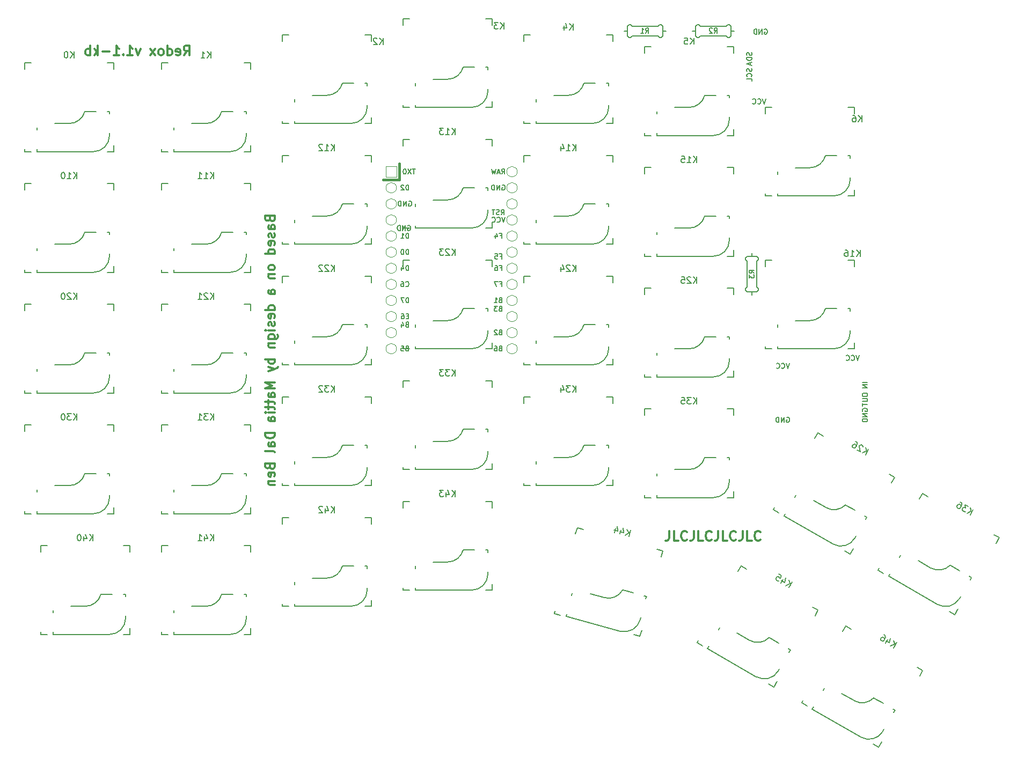
<source format=gbr>
G04 #@! TF.GenerationSoftware,KiCad,Pcbnew,(5.0.0)*
G04 #@! TF.CreationDate,2020-07-01T14:19:43-04:00*
G04 #@! TF.ProjectId,redox_rev1,7265646F785F726576312E6B69636164,1.0*
G04 #@! TF.SameCoordinates,Original*
G04 #@! TF.FileFunction,Legend,Bot*
G04 #@! TF.FilePolarity,Positive*
%FSLAX46Y46*%
G04 Gerber Fmt 4.6, Leading zero omitted, Abs format (unit mm)*
G04 Created by KiCad (PCBNEW (5.0.0)) date 07/01/20 14:19:43*
%MOMM*%
%LPD*%
G01*
G04 APERTURE LIST*
%ADD10C,0.150000*%
%ADD11C,0.300000*%
%ADD12C,0.381000*%
%ADD13C,0.100000*%
G04 APERTURE END LIST*
D10*
X199073809Y-58028571D02*
X199111904Y-58142857D01*
X199111904Y-58333333D01*
X199073809Y-58409523D01*
X199035714Y-58447619D01*
X198959523Y-58485714D01*
X198883333Y-58485714D01*
X198807142Y-58447619D01*
X198769047Y-58409523D01*
X198730952Y-58333333D01*
X198692857Y-58180952D01*
X198654761Y-58104761D01*
X198616666Y-58066666D01*
X198540476Y-58028571D01*
X198464285Y-58028571D01*
X198388095Y-58066666D01*
X198350000Y-58104761D01*
X198311904Y-58180952D01*
X198311904Y-58371428D01*
X198350000Y-58485714D01*
X199111904Y-58828571D02*
X198311904Y-58828571D01*
X198311904Y-59019047D01*
X198350000Y-59133333D01*
X198426190Y-59209523D01*
X198502380Y-59247619D01*
X198654761Y-59285714D01*
X198769047Y-59285714D01*
X198921428Y-59247619D01*
X198997619Y-59209523D01*
X199073809Y-59133333D01*
X199111904Y-59019047D01*
X199111904Y-58828571D01*
X198883333Y-59590476D02*
X198883333Y-59971428D01*
X199111904Y-59514285D02*
X198311904Y-59780952D01*
X199111904Y-60047619D01*
X199073809Y-60547619D02*
X199111904Y-60661904D01*
X199111904Y-60852380D01*
X199073809Y-60928571D01*
X199035714Y-60966666D01*
X198959523Y-61004761D01*
X198883333Y-61004761D01*
X198807142Y-60966666D01*
X198769047Y-60928571D01*
X198730952Y-60852380D01*
X198692857Y-60700000D01*
X198654761Y-60623809D01*
X198616666Y-60585714D01*
X198540476Y-60547619D01*
X198464285Y-60547619D01*
X198388095Y-60585714D01*
X198350000Y-60623809D01*
X198311904Y-60700000D01*
X198311904Y-60890476D01*
X198350000Y-61004761D01*
X199035714Y-61804761D02*
X199073809Y-61766666D01*
X199111904Y-61652380D01*
X199111904Y-61576190D01*
X199073809Y-61461904D01*
X198997619Y-61385714D01*
X198921428Y-61347619D01*
X198769047Y-61309523D01*
X198654761Y-61309523D01*
X198502380Y-61347619D01*
X198426190Y-61385714D01*
X198350000Y-61461904D01*
X198311904Y-61576190D01*
X198311904Y-61652380D01*
X198350000Y-61766666D01*
X198388095Y-61804761D01*
X199111904Y-62528571D02*
X199111904Y-62147619D01*
X198311904Y-62147619D01*
X201109523Y-54350000D02*
X201185714Y-54311904D01*
X201300000Y-54311904D01*
X201414285Y-54350000D01*
X201490476Y-54426190D01*
X201528571Y-54502380D01*
X201566666Y-54654761D01*
X201566666Y-54769047D01*
X201528571Y-54921428D01*
X201490476Y-54997619D01*
X201414285Y-55073809D01*
X201300000Y-55111904D01*
X201223809Y-55111904D01*
X201109523Y-55073809D01*
X201071428Y-55035714D01*
X201071428Y-54769047D01*
X201223809Y-54769047D01*
X200728571Y-55111904D02*
X200728571Y-54311904D01*
X200271428Y-55111904D01*
X200271428Y-54311904D01*
X199890476Y-55111904D02*
X199890476Y-54311904D01*
X199700000Y-54311904D01*
X199585714Y-54350000D01*
X199509523Y-54426190D01*
X199471428Y-54502380D01*
X199433333Y-54654761D01*
X199433333Y-54769047D01*
X199471428Y-54921428D01*
X199509523Y-54997619D01*
X199585714Y-55073809D01*
X199700000Y-55111904D01*
X199890476Y-55111904D01*
X201316666Y-65311904D02*
X201050000Y-66111904D01*
X200783333Y-65311904D01*
X200059523Y-66035714D02*
X200097619Y-66073809D01*
X200211904Y-66111904D01*
X200288095Y-66111904D01*
X200402380Y-66073809D01*
X200478571Y-65997619D01*
X200516666Y-65921428D01*
X200554761Y-65769047D01*
X200554761Y-65654761D01*
X200516666Y-65502380D01*
X200478571Y-65426190D01*
X200402380Y-65350000D01*
X200288095Y-65311904D01*
X200211904Y-65311904D01*
X200097619Y-65350000D01*
X200059523Y-65388095D01*
X199259523Y-66035714D02*
X199297619Y-66073809D01*
X199411904Y-66111904D01*
X199488095Y-66111904D01*
X199602380Y-66073809D01*
X199678571Y-65997619D01*
X199716666Y-65921428D01*
X199754761Y-65769047D01*
X199754761Y-65654761D01*
X199716666Y-65502380D01*
X199678571Y-65426190D01*
X199602380Y-65350000D01*
X199488095Y-65311904D01*
X199411904Y-65311904D01*
X199297619Y-65350000D01*
X199259523Y-65388095D01*
X216561904Y-111950000D02*
X216561904Y-112102380D01*
X216600000Y-112178571D01*
X216676190Y-112254761D01*
X216828571Y-112292857D01*
X217095238Y-112292857D01*
X217247619Y-112254761D01*
X217323809Y-112178571D01*
X217361904Y-112102380D01*
X217361904Y-111950000D01*
X217323809Y-111873809D01*
X217247619Y-111797619D01*
X217095238Y-111759523D01*
X216828571Y-111759523D01*
X216676190Y-111797619D01*
X216600000Y-111873809D01*
X216561904Y-111950000D01*
X216561904Y-112635714D02*
X217209523Y-112635714D01*
X217285714Y-112673809D01*
X217323809Y-112711904D01*
X217361904Y-112788095D01*
X217361904Y-112940476D01*
X217323809Y-113016666D01*
X217285714Y-113054761D01*
X217209523Y-113092857D01*
X216561904Y-113092857D01*
X216561904Y-113359523D02*
X216561904Y-113816666D01*
X217361904Y-113588095D02*
X216561904Y-113588095D01*
X217361904Y-110080952D02*
X216561904Y-110080952D01*
X217361904Y-110461904D02*
X216561904Y-110461904D01*
X217361904Y-110919047D01*
X216561904Y-110919047D01*
X204609523Y-115600000D02*
X204685714Y-115561904D01*
X204800000Y-115561904D01*
X204914285Y-115600000D01*
X204990476Y-115676190D01*
X205028571Y-115752380D01*
X205066666Y-115904761D01*
X205066666Y-116019047D01*
X205028571Y-116171428D01*
X204990476Y-116247619D01*
X204914285Y-116323809D01*
X204800000Y-116361904D01*
X204723809Y-116361904D01*
X204609523Y-116323809D01*
X204571428Y-116285714D01*
X204571428Y-116019047D01*
X204723809Y-116019047D01*
X204228571Y-116361904D02*
X204228571Y-115561904D01*
X203771428Y-116361904D01*
X203771428Y-115561904D01*
X203390476Y-116361904D02*
X203390476Y-115561904D01*
X203200000Y-115561904D01*
X203085714Y-115600000D01*
X203009523Y-115676190D01*
X202971428Y-115752380D01*
X202933333Y-115904761D01*
X202933333Y-116019047D01*
X202971428Y-116171428D01*
X203009523Y-116247619D01*
X203085714Y-116323809D01*
X203200000Y-116361904D01*
X203390476Y-116361904D01*
X216600000Y-114640476D02*
X216561904Y-114564285D01*
X216561904Y-114450000D01*
X216600000Y-114335714D01*
X216676190Y-114259523D01*
X216752380Y-114221428D01*
X216904761Y-114183333D01*
X217019047Y-114183333D01*
X217171428Y-114221428D01*
X217247619Y-114259523D01*
X217323809Y-114335714D01*
X217361904Y-114450000D01*
X217361904Y-114526190D01*
X217323809Y-114640476D01*
X217285714Y-114678571D01*
X217019047Y-114678571D01*
X217019047Y-114526190D01*
X217361904Y-115021428D02*
X216561904Y-115021428D01*
X217361904Y-115478571D01*
X216561904Y-115478571D01*
X217361904Y-115859523D02*
X216561904Y-115859523D01*
X216561904Y-116050000D01*
X216600000Y-116164285D01*
X216676190Y-116240476D01*
X216752380Y-116278571D01*
X216904761Y-116316666D01*
X217019047Y-116316666D01*
X217171428Y-116278571D01*
X217247619Y-116240476D01*
X217323809Y-116164285D01*
X217361904Y-116050000D01*
X217361904Y-115859523D01*
X216066666Y-105811904D02*
X215800000Y-106611904D01*
X215533333Y-105811904D01*
X214809523Y-106535714D02*
X214847619Y-106573809D01*
X214961904Y-106611904D01*
X215038095Y-106611904D01*
X215152380Y-106573809D01*
X215228571Y-106497619D01*
X215266666Y-106421428D01*
X215304761Y-106269047D01*
X215304761Y-106154761D01*
X215266666Y-106002380D01*
X215228571Y-105926190D01*
X215152380Y-105850000D01*
X215038095Y-105811904D01*
X214961904Y-105811904D01*
X214847619Y-105850000D01*
X214809523Y-105888095D01*
X214009523Y-106535714D02*
X214047619Y-106573809D01*
X214161904Y-106611904D01*
X214238095Y-106611904D01*
X214352380Y-106573809D01*
X214428571Y-106497619D01*
X214466666Y-106421428D01*
X214504761Y-106269047D01*
X214504761Y-106154761D01*
X214466666Y-106002380D01*
X214428571Y-105926190D01*
X214352380Y-105850000D01*
X214238095Y-105811904D01*
X214161904Y-105811904D01*
X214047619Y-105850000D01*
X214009523Y-105888095D01*
X205066666Y-107061904D02*
X204800000Y-107861904D01*
X204533333Y-107061904D01*
X203809523Y-107785714D02*
X203847619Y-107823809D01*
X203961904Y-107861904D01*
X204038095Y-107861904D01*
X204152380Y-107823809D01*
X204228571Y-107747619D01*
X204266666Y-107671428D01*
X204304761Y-107519047D01*
X204304761Y-107404761D01*
X204266666Y-107252380D01*
X204228571Y-107176190D01*
X204152380Y-107100000D01*
X204038095Y-107061904D01*
X203961904Y-107061904D01*
X203847619Y-107100000D01*
X203809523Y-107138095D01*
X203009523Y-107785714D02*
X203047619Y-107823809D01*
X203161904Y-107861904D01*
X203238095Y-107861904D01*
X203352380Y-107823809D01*
X203428571Y-107747619D01*
X203466666Y-107671428D01*
X203504761Y-107519047D01*
X203504761Y-107404761D01*
X203466666Y-107252380D01*
X203428571Y-107176190D01*
X203352380Y-107100000D01*
X203238095Y-107061904D01*
X203161904Y-107061904D01*
X203047619Y-107100000D01*
X203009523Y-107138095D01*
D11*
X109520714Y-58463571D02*
X110020714Y-57749285D01*
X110377857Y-58463571D02*
X110377857Y-56963571D01*
X109806428Y-56963571D01*
X109663571Y-57035000D01*
X109592142Y-57106428D01*
X109520714Y-57249285D01*
X109520714Y-57463571D01*
X109592142Y-57606428D01*
X109663571Y-57677857D01*
X109806428Y-57749285D01*
X110377857Y-57749285D01*
X108306428Y-58392142D02*
X108449285Y-58463571D01*
X108735000Y-58463571D01*
X108877857Y-58392142D01*
X108949285Y-58249285D01*
X108949285Y-57677857D01*
X108877857Y-57535000D01*
X108735000Y-57463571D01*
X108449285Y-57463571D01*
X108306428Y-57535000D01*
X108235000Y-57677857D01*
X108235000Y-57820714D01*
X108949285Y-57963571D01*
X106949285Y-58463571D02*
X106949285Y-56963571D01*
X106949285Y-58392142D02*
X107092142Y-58463571D01*
X107377857Y-58463571D01*
X107520714Y-58392142D01*
X107592142Y-58320714D01*
X107663571Y-58177857D01*
X107663571Y-57749285D01*
X107592142Y-57606428D01*
X107520714Y-57535000D01*
X107377857Y-57463571D01*
X107092142Y-57463571D01*
X106949285Y-57535000D01*
X106020714Y-58463571D02*
X106163571Y-58392142D01*
X106235000Y-58320714D01*
X106306428Y-58177857D01*
X106306428Y-57749285D01*
X106235000Y-57606428D01*
X106163571Y-57535000D01*
X106020714Y-57463571D01*
X105806428Y-57463571D01*
X105663571Y-57535000D01*
X105592142Y-57606428D01*
X105520714Y-57749285D01*
X105520714Y-58177857D01*
X105592142Y-58320714D01*
X105663571Y-58392142D01*
X105806428Y-58463571D01*
X106020714Y-58463571D01*
X105020714Y-58463571D02*
X104235000Y-57463571D01*
X105020714Y-57463571D02*
X104235000Y-58463571D01*
X102663571Y-57463571D02*
X102306428Y-58463571D01*
X101949285Y-57463571D01*
X100592142Y-58463571D02*
X101449285Y-58463571D01*
X101020714Y-58463571D02*
X101020714Y-56963571D01*
X101163571Y-57177857D01*
X101306428Y-57320714D01*
X101449285Y-57392142D01*
X99949285Y-58320714D02*
X99877857Y-58392142D01*
X99949285Y-58463571D01*
X100020714Y-58392142D01*
X99949285Y-58320714D01*
X99949285Y-58463571D01*
X98449285Y-58463571D02*
X99306428Y-58463571D01*
X98877857Y-58463571D02*
X98877857Y-56963571D01*
X99020714Y-57177857D01*
X99163571Y-57320714D01*
X99306428Y-57392142D01*
X97806428Y-57892142D02*
X96663571Y-57892142D01*
X95949285Y-58463571D02*
X95949285Y-56963571D01*
X95806428Y-57892142D02*
X95377857Y-58463571D01*
X95377857Y-57463571D02*
X95949285Y-58035000D01*
X94735000Y-58463571D02*
X94735000Y-56963571D01*
X94735000Y-57535000D02*
X94592142Y-57463571D01*
X94306428Y-57463571D01*
X94163571Y-57535000D01*
X94092142Y-57606428D01*
X94020714Y-57749285D01*
X94020714Y-58177857D01*
X94092142Y-58320714D01*
X94163571Y-58392142D01*
X94306428Y-58463571D01*
X94592142Y-58463571D01*
X94735000Y-58392142D01*
X123082857Y-84279000D02*
X123154285Y-84493285D01*
X123225714Y-84564714D01*
X123368571Y-84636142D01*
X123582857Y-84636142D01*
X123725714Y-84564714D01*
X123797142Y-84493285D01*
X123868571Y-84350428D01*
X123868571Y-83779000D01*
X122368571Y-83779000D01*
X122368571Y-84279000D01*
X122440000Y-84421857D01*
X122511428Y-84493285D01*
X122654285Y-84564714D01*
X122797142Y-84564714D01*
X122940000Y-84493285D01*
X123011428Y-84421857D01*
X123082857Y-84279000D01*
X123082857Y-83779000D01*
X123868571Y-85921857D02*
X123082857Y-85921857D01*
X122940000Y-85850428D01*
X122868571Y-85707571D01*
X122868571Y-85421857D01*
X122940000Y-85279000D01*
X123797142Y-85921857D02*
X123868571Y-85779000D01*
X123868571Y-85421857D01*
X123797142Y-85279000D01*
X123654285Y-85207571D01*
X123511428Y-85207571D01*
X123368571Y-85279000D01*
X123297142Y-85421857D01*
X123297142Y-85779000D01*
X123225714Y-85921857D01*
X123797142Y-86564714D02*
X123868571Y-86707571D01*
X123868571Y-86993285D01*
X123797142Y-87136142D01*
X123654285Y-87207571D01*
X123582857Y-87207571D01*
X123440000Y-87136142D01*
X123368571Y-86993285D01*
X123368571Y-86779000D01*
X123297142Y-86636142D01*
X123154285Y-86564714D01*
X123082857Y-86564714D01*
X122940000Y-86636142D01*
X122868571Y-86779000D01*
X122868571Y-86993285D01*
X122940000Y-87136142D01*
X123797142Y-88421857D02*
X123868571Y-88279000D01*
X123868571Y-87993285D01*
X123797142Y-87850428D01*
X123654285Y-87779000D01*
X123082857Y-87779000D01*
X122940000Y-87850428D01*
X122868571Y-87993285D01*
X122868571Y-88279000D01*
X122940000Y-88421857D01*
X123082857Y-88493285D01*
X123225714Y-88493285D01*
X123368571Y-87779000D01*
X123868571Y-89779000D02*
X122368571Y-89779000D01*
X123797142Y-89779000D02*
X123868571Y-89636142D01*
X123868571Y-89350428D01*
X123797142Y-89207571D01*
X123725714Y-89136142D01*
X123582857Y-89064714D01*
X123154285Y-89064714D01*
X123011428Y-89136142D01*
X122940000Y-89207571D01*
X122868571Y-89350428D01*
X122868571Y-89636142D01*
X122940000Y-89779000D01*
X123868571Y-91850428D02*
X123797142Y-91707571D01*
X123725714Y-91636142D01*
X123582857Y-91564714D01*
X123154285Y-91564714D01*
X123011428Y-91636142D01*
X122940000Y-91707571D01*
X122868571Y-91850428D01*
X122868571Y-92064714D01*
X122940000Y-92207571D01*
X123011428Y-92279000D01*
X123154285Y-92350428D01*
X123582857Y-92350428D01*
X123725714Y-92279000D01*
X123797142Y-92207571D01*
X123868571Y-92064714D01*
X123868571Y-91850428D01*
X122868571Y-92993285D02*
X123868571Y-92993285D01*
X123011428Y-92993285D02*
X122940000Y-93064714D01*
X122868571Y-93207571D01*
X122868571Y-93421857D01*
X122940000Y-93564714D01*
X123082857Y-93636142D01*
X123868571Y-93636142D01*
X123868571Y-96136142D02*
X123082857Y-96136142D01*
X122940000Y-96064714D01*
X122868571Y-95921857D01*
X122868571Y-95636142D01*
X122940000Y-95493285D01*
X123797142Y-96136142D02*
X123868571Y-95993285D01*
X123868571Y-95636142D01*
X123797142Y-95493285D01*
X123654285Y-95421857D01*
X123511428Y-95421857D01*
X123368571Y-95493285D01*
X123297142Y-95636142D01*
X123297142Y-95993285D01*
X123225714Y-96136142D01*
X123868571Y-98636142D02*
X122368571Y-98636142D01*
X123797142Y-98636142D02*
X123868571Y-98493285D01*
X123868571Y-98207571D01*
X123797142Y-98064714D01*
X123725714Y-97993285D01*
X123582857Y-97921857D01*
X123154285Y-97921857D01*
X123011428Y-97993285D01*
X122940000Y-98064714D01*
X122868571Y-98207571D01*
X122868571Y-98493285D01*
X122940000Y-98636142D01*
X123797142Y-99921857D02*
X123868571Y-99779000D01*
X123868571Y-99493285D01*
X123797142Y-99350428D01*
X123654285Y-99279000D01*
X123082857Y-99279000D01*
X122940000Y-99350428D01*
X122868571Y-99493285D01*
X122868571Y-99779000D01*
X122940000Y-99921857D01*
X123082857Y-99993285D01*
X123225714Y-99993285D01*
X123368571Y-99279000D01*
X123797142Y-100564714D02*
X123868571Y-100707571D01*
X123868571Y-100993285D01*
X123797142Y-101136142D01*
X123654285Y-101207571D01*
X123582857Y-101207571D01*
X123440000Y-101136142D01*
X123368571Y-100993285D01*
X123368571Y-100779000D01*
X123297142Y-100636142D01*
X123154285Y-100564714D01*
X123082857Y-100564714D01*
X122940000Y-100636142D01*
X122868571Y-100779000D01*
X122868571Y-100993285D01*
X122940000Y-101136142D01*
X123868571Y-101850428D02*
X122868571Y-101850428D01*
X122368571Y-101850428D02*
X122440000Y-101779000D01*
X122511428Y-101850428D01*
X122440000Y-101921857D01*
X122368571Y-101850428D01*
X122511428Y-101850428D01*
X122868571Y-103207571D02*
X124082857Y-103207571D01*
X124225714Y-103136142D01*
X124297142Y-103064714D01*
X124368571Y-102921857D01*
X124368571Y-102707571D01*
X124297142Y-102564714D01*
X123797142Y-103207571D02*
X123868571Y-103064714D01*
X123868571Y-102779000D01*
X123797142Y-102636142D01*
X123725714Y-102564714D01*
X123582857Y-102493285D01*
X123154285Y-102493285D01*
X123011428Y-102564714D01*
X122940000Y-102636142D01*
X122868571Y-102779000D01*
X122868571Y-103064714D01*
X122940000Y-103207571D01*
X122868571Y-103921857D02*
X123868571Y-103921857D01*
X123011428Y-103921857D02*
X122940000Y-103993285D01*
X122868571Y-104136142D01*
X122868571Y-104350428D01*
X122940000Y-104493285D01*
X123082857Y-104564714D01*
X123868571Y-104564714D01*
X123868571Y-106421857D02*
X122368571Y-106421857D01*
X122940000Y-106421857D02*
X122868571Y-106564714D01*
X122868571Y-106850428D01*
X122940000Y-106993285D01*
X123011428Y-107064714D01*
X123154285Y-107136142D01*
X123582857Y-107136142D01*
X123725714Y-107064714D01*
X123797142Y-106993285D01*
X123868571Y-106850428D01*
X123868571Y-106564714D01*
X123797142Y-106421857D01*
X122868571Y-107636142D02*
X123868571Y-107993285D01*
X122868571Y-108350428D02*
X123868571Y-107993285D01*
X124225714Y-107850428D01*
X124297142Y-107779000D01*
X124368571Y-107636142D01*
X123868571Y-110064714D02*
X122368571Y-110064714D01*
X123440000Y-110564714D01*
X122368571Y-111064714D01*
X123868571Y-111064714D01*
X123868571Y-112421857D02*
X123082857Y-112421857D01*
X122940000Y-112350428D01*
X122868571Y-112207571D01*
X122868571Y-111921857D01*
X122940000Y-111779000D01*
X123797142Y-112421857D02*
X123868571Y-112279000D01*
X123868571Y-111921857D01*
X123797142Y-111779000D01*
X123654285Y-111707571D01*
X123511428Y-111707571D01*
X123368571Y-111779000D01*
X123297142Y-111921857D01*
X123297142Y-112279000D01*
X123225714Y-112421857D01*
X122868571Y-112921857D02*
X122868571Y-113493285D01*
X122368571Y-113136142D02*
X123654285Y-113136142D01*
X123797142Y-113207571D01*
X123868571Y-113350428D01*
X123868571Y-113493285D01*
X122868571Y-113779000D02*
X122868571Y-114350428D01*
X122368571Y-113993285D02*
X123654285Y-113993285D01*
X123797142Y-114064714D01*
X123868571Y-114207571D01*
X123868571Y-114350428D01*
X123868571Y-114850428D02*
X122868571Y-114850428D01*
X122368571Y-114850428D02*
X122440000Y-114779000D01*
X122511428Y-114850428D01*
X122440000Y-114921857D01*
X122368571Y-114850428D01*
X122511428Y-114850428D01*
X123868571Y-116207571D02*
X123082857Y-116207571D01*
X122940000Y-116136142D01*
X122868571Y-115993285D01*
X122868571Y-115707571D01*
X122940000Y-115564714D01*
X123797142Y-116207571D02*
X123868571Y-116064714D01*
X123868571Y-115707571D01*
X123797142Y-115564714D01*
X123654285Y-115493285D01*
X123511428Y-115493285D01*
X123368571Y-115564714D01*
X123297142Y-115707571D01*
X123297142Y-116064714D01*
X123225714Y-116207571D01*
X123868571Y-118064714D02*
X122368571Y-118064714D01*
X122368571Y-118421857D01*
X122440000Y-118636142D01*
X122582857Y-118779000D01*
X122725714Y-118850428D01*
X123011428Y-118921857D01*
X123225714Y-118921857D01*
X123511428Y-118850428D01*
X123654285Y-118779000D01*
X123797142Y-118636142D01*
X123868571Y-118421857D01*
X123868571Y-118064714D01*
X123868571Y-120207571D02*
X123082857Y-120207571D01*
X122940000Y-120136142D01*
X122868571Y-119993285D01*
X122868571Y-119707571D01*
X122940000Y-119564714D01*
X123797142Y-120207571D02*
X123868571Y-120064714D01*
X123868571Y-119707571D01*
X123797142Y-119564714D01*
X123654285Y-119493285D01*
X123511428Y-119493285D01*
X123368571Y-119564714D01*
X123297142Y-119707571D01*
X123297142Y-120064714D01*
X123225714Y-120207571D01*
X123868571Y-121136142D02*
X123797142Y-120993285D01*
X123654285Y-120921857D01*
X122368571Y-120921857D01*
X123082857Y-123350428D02*
X123154285Y-123564714D01*
X123225714Y-123636142D01*
X123368571Y-123707571D01*
X123582857Y-123707571D01*
X123725714Y-123636142D01*
X123797142Y-123564714D01*
X123868571Y-123421857D01*
X123868571Y-122850428D01*
X122368571Y-122850428D01*
X122368571Y-123350428D01*
X122440000Y-123493285D01*
X122511428Y-123564714D01*
X122654285Y-123636142D01*
X122797142Y-123636142D01*
X122940000Y-123564714D01*
X123011428Y-123493285D01*
X123082857Y-123350428D01*
X123082857Y-122850428D01*
X123797142Y-124921857D02*
X123868571Y-124779000D01*
X123868571Y-124493285D01*
X123797142Y-124350428D01*
X123654285Y-124279000D01*
X123082857Y-124279000D01*
X122940000Y-124350428D01*
X122868571Y-124493285D01*
X122868571Y-124779000D01*
X122940000Y-124921857D01*
X123082857Y-124993285D01*
X123225714Y-124993285D01*
X123368571Y-124279000D01*
X122868571Y-125636142D02*
X123868571Y-125636142D01*
X123011428Y-125636142D02*
X122940000Y-125707571D01*
X122868571Y-125850428D01*
X122868571Y-126064714D01*
X122940000Y-126207571D01*
X123082857Y-126279000D01*
X123868571Y-126279000D01*
X186111428Y-133544571D02*
X186111428Y-134616000D01*
X186040000Y-134830285D01*
X185897142Y-134973142D01*
X185682857Y-135044571D01*
X185540000Y-135044571D01*
X187540000Y-135044571D02*
X186825714Y-135044571D01*
X186825714Y-133544571D01*
X188897142Y-134901714D02*
X188825714Y-134973142D01*
X188611428Y-135044571D01*
X188468571Y-135044571D01*
X188254285Y-134973142D01*
X188111428Y-134830285D01*
X188040000Y-134687428D01*
X187968571Y-134401714D01*
X187968571Y-134187428D01*
X188040000Y-133901714D01*
X188111428Y-133758857D01*
X188254285Y-133616000D01*
X188468571Y-133544571D01*
X188611428Y-133544571D01*
X188825714Y-133616000D01*
X188897142Y-133687428D01*
X189968571Y-133544571D02*
X189968571Y-134616000D01*
X189897142Y-134830285D01*
X189754285Y-134973142D01*
X189540000Y-135044571D01*
X189397142Y-135044571D01*
X191397142Y-135044571D02*
X190682857Y-135044571D01*
X190682857Y-133544571D01*
X192754285Y-134901714D02*
X192682857Y-134973142D01*
X192468571Y-135044571D01*
X192325714Y-135044571D01*
X192111428Y-134973142D01*
X191968571Y-134830285D01*
X191897142Y-134687428D01*
X191825714Y-134401714D01*
X191825714Y-134187428D01*
X191897142Y-133901714D01*
X191968571Y-133758857D01*
X192111428Y-133616000D01*
X192325714Y-133544571D01*
X192468571Y-133544571D01*
X192682857Y-133616000D01*
X192754285Y-133687428D01*
X193825714Y-133544571D02*
X193825714Y-134616000D01*
X193754285Y-134830285D01*
X193611428Y-134973142D01*
X193397142Y-135044571D01*
X193254285Y-135044571D01*
X195254285Y-135044571D02*
X194540000Y-135044571D01*
X194540000Y-133544571D01*
X196611428Y-134901714D02*
X196540000Y-134973142D01*
X196325714Y-135044571D01*
X196182857Y-135044571D01*
X195968571Y-134973142D01*
X195825714Y-134830285D01*
X195754285Y-134687428D01*
X195682857Y-134401714D01*
X195682857Y-134187428D01*
X195754285Y-133901714D01*
X195825714Y-133758857D01*
X195968571Y-133616000D01*
X196182857Y-133544571D01*
X196325714Y-133544571D01*
X196540000Y-133616000D01*
X196611428Y-133687428D01*
X197682857Y-133544571D02*
X197682857Y-134616000D01*
X197611428Y-134830285D01*
X197468571Y-134973142D01*
X197254285Y-135044571D01*
X197111428Y-135044571D01*
X199111428Y-135044571D02*
X198397142Y-135044571D01*
X198397142Y-133544571D01*
X200468571Y-134901714D02*
X200397142Y-134973142D01*
X200182857Y-135044571D01*
X200040000Y-135044571D01*
X199825714Y-134973142D01*
X199682857Y-134830285D01*
X199611428Y-134687428D01*
X199540000Y-134401714D01*
X199540000Y-134187428D01*
X199611428Y-133901714D01*
X199682857Y-133758857D01*
X199825714Y-133616000D01*
X200040000Y-133544571D01*
X200182857Y-133544571D01*
X200397142Y-133616000D01*
X200468571Y-133687428D01*
D10*
G04 #@! TO.C,R3*
X199136000Y-90170000D02*
X199136000Y-89662000D01*
X199898000Y-95758000D02*
X199136000Y-95758000D01*
X200152000Y-95504000D02*
X199898000Y-95758000D01*
X200152000Y-95250000D02*
X200152000Y-95504000D01*
X199898000Y-94996000D02*
X200152000Y-95250000D01*
X199898000Y-90932000D02*
X199898000Y-94996000D01*
X200152000Y-90678000D02*
X199898000Y-90932000D01*
X200152000Y-90424000D02*
X200152000Y-90678000D01*
X199898000Y-90170000D02*
X200152000Y-90424000D01*
X198374000Y-90170000D02*
X199898000Y-90170000D01*
X198120000Y-90424000D02*
X198374000Y-90170000D01*
X198120000Y-90678000D02*
X198120000Y-90424000D01*
X198374000Y-90932000D02*
X198120000Y-90678000D01*
X198374000Y-94996000D02*
X198374000Y-90932000D01*
X198120000Y-95250000D02*
X198374000Y-94996000D01*
X198120000Y-95504000D02*
X198120000Y-95250000D01*
X198374000Y-95758000D02*
X198120000Y-95504000D01*
X199136000Y-95758000D02*
X198374000Y-95758000D01*
X199136000Y-96266000D02*
X199136000Y-95758000D01*
G04 #@! TO.C,K46*
X226097178Y-155552822D02*
X225597178Y-156418848D01*
X213472822Y-149418848D02*
X213972822Y-148552822D01*
X213972822Y-148552822D02*
X214838848Y-149052822D01*
X225231152Y-155052822D02*
X226097178Y-155552822D01*
X219097178Y-167677178D02*
X218231152Y-167177178D01*
X219597178Y-166811152D02*
X219097178Y-167677178D01*
X207838848Y-161177178D02*
X206972822Y-160677178D01*
X206972822Y-160677178D02*
X207170822Y-160334232D01*
X219811761Y-165139483D02*
X220002261Y-164809527D01*
X221526261Y-162169882D02*
X221716761Y-161839926D01*
X221716761Y-161839926D02*
X221386806Y-161649426D01*
X219847012Y-160760426D02*
X218417205Y-159934926D01*
X215265000Y-160314705D02*
X213285266Y-159171705D01*
X210548091Y-158324631D02*
X210357591Y-158654586D01*
X208833591Y-161294232D02*
X208643091Y-161624187D01*
X208643091Y-161624187D02*
X216342057Y-166069187D01*
X219811761Y-165139483D02*
G75*
G02X216342057Y-166069187I-2199704J1270000D01*
G01*
X218361007Y-159880588D02*
G75*
G02X215265000Y-160314705I-1826007J1765588D01*
G01*
G04 #@! TO.C,K45*
X209587178Y-146027822D02*
X209087178Y-146893848D01*
X196962822Y-139893848D02*
X197462822Y-139027822D01*
X197462822Y-139027822D02*
X198328848Y-139527822D01*
X208721152Y-145527822D02*
X209587178Y-146027822D01*
X202587178Y-158152178D02*
X201721152Y-157652178D01*
X203087178Y-157286152D02*
X202587178Y-158152178D01*
X191328848Y-151652178D02*
X190462822Y-151152178D01*
X190462822Y-151152178D02*
X190660822Y-150809232D01*
X203301761Y-155614483D02*
X203492261Y-155284527D01*
X205016261Y-152644882D02*
X205206761Y-152314926D01*
X205206761Y-152314926D02*
X204876806Y-152124426D01*
X203337012Y-151235426D02*
X201907205Y-150409926D01*
X198755000Y-150789705D02*
X196775266Y-149646705D01*
X194038091Y-148799631D02*
X193847591Y-149129586D01*
X192323591Y-151769232D02*
X192133091Y-152099187D01*
X192133091Y-152099187D02*
X199832057Y-156544187D01*
X203301761Y-155614483D02*
G75*
G02X199832057Y-156544187I-2199704J1270000D01*
G01*
X201851007Y-150355588D02*
G75*
G02X198755000Y-150789705I-1826007J1765588D01*
G01*
G04 #@! TO.C,K44*
X185103214Y-136655253D02*
X184844395Y-137621178D01*
X171321433Y-133997712D02*
X171580253Y-133031786D01*
X171580253Y-133031786D02*
X172546178Y-133290605D01*
X184137288Y-136396433D02*
X185103214Y-136655253D01*
X181479747Y-150178214D02*
X180513822Y-149919395D01*
X181738567Y-149212288D02*
X181479747Y-150178214D01*
X168922712Y-146813567D02*
X167956786Y-146554747D01*
X167956786Y-146554747D02*
X168059278Y-146172241D01*
X181513178Y-147542041D02*
X181611788Y-147174023D01*
X182400669Y-144229882D02*
X182499279Y-143861864D01*
X182499279Y-143861864D02*
X182131261Y-143763254D01*
X180413845Y-143303074D02*
X178819102Y-142875763D01*
X175872600Y-144058452D02*
X173664493Y-143466791D01*
X170801346Y-143357014D02*
X170702736Y-143725031D01*
X169913856Y-146669173D02*
X169815246Y-147037191D01*
X169815246Y-147037191D02*
X178402326Y-149338092D01*
X181513178Y-147542042D02*
G75*
G02X178402326Y-149338092I-2453451J657401D01*
G01*
X178750755Y-142837821D02*
G75*
G02X175872600Y-144058452I-2220755J1232821D01*
G01*
G04 #@! TO.C,K43*
X158130000Y-128890000D02*
X158130000Y-129890000D01*
X144130000Y-129890000D02*
X144130000Y-128890000D01*
X144130000Y-128890000D02*
X145130000Y-128890000D01*
X157130000Y-128890000D02*
X158130000Y-128890000D01*
X158130000Y-142890000D02*
X157130000Y-142890000D01*
X158130000Y-141890000D02*
X158130000Y-142890000D01*
X145130000Y-142890000D02*
X144130000Y-142890000D01*
X144130000Y-142890000D02*
X144130000Y-142494000D01*
X157480000Y-140335000D02*
X157480000Y-139954000D01*
X157480000Y-136906000D02*
X157480000Y-136525000D01*
X157480000Y-136525000D02*
X157099000Y-136525000D01*
X155321000Y-136525000D02*
X153670000Y-136525000D01*
X151130000Y-138430000D02*
X148844000Y-138430000D01*
X146050000Y-139065000D02*
X146050000Y-139446000D01*
X146050000Y-142494000D02*
X146050000Y-142875000D01*
X146050000Y-142875000D02*
X154940000Y-142875000D01*
X157480000Y-140335000D02*
G75*
G02X154940000Y-142875000I-2540000J0D01*
G01*
X153594162Y-136506040D02*
G75*
G02X151130000Y-138430000I-2464162J616040D01*
G01*
G04 #@! TO.C,K42*
X139080000Y-131430000D02*
X139080000Y-132430000D01*
X125080000Y-132430000D02*
X125080000Y-131430000D01*
X125080000Y-131430000D02*
X126080000Y-131430000D01*
X138080000Y-131430000D02*
X139080000Y-131430000D01*
X139080000Y-145430000D02*
X138080000Y-145430000D01*
X139080000Y-144430000D02*
X139080000Y-145430000D01*
X126080000Y-145430000D02*
X125080000Y-145430000D01*
X125080000Y-145430000D02*
X125080000Y-145034000D01*
X138430000Y-142875000D02*
X138430000Y-142494000D01*
X138430000Y-139446000D02*
X138430000Y-139065000D01*
X138430000Y-139065000D02*
X138049000Y-139065000D01*
X136271000Y-139065000D02*
X134620000Y-139065000D01*
X132080000Y-140970000D02*
X129794000Y-140970000D01*
X127000000Y-141605000D02*
X127000000Y-141986000D01*
X127000000Y-145034000D02*
X127000000Y-145415000D01*
X127000000Y-145415000D02*
X135890000Y-145415000D01*
X138430000Y-142875000D02*
G75*
G02X135890000Y-145415000I-2540000J0D01*
G01*
X134544162Y-139046040D02*
G75*
G02X132080000Y-140970000I-2464162J616040D01*
G01*
G04 #@! TO.C,K41*
X120030000Y-135875000D02*
X120030000Y-136875000D01*
X106030000Y-136875000D02*
X106030000Y-135875000D01*
X106030000Y-135875000D02*
X107030000Y-135875000D01*
X119030000Y-135875000D02*
X120030000Y-135875000D01*
X120030000Y-149875000D02*
X119030000Y-149875000D01*
X120030000Y-148875000D02*
X120030000Y-149875000D01*
X107030000Y-149875000D02*
X106030000Y-149875000D01*
X106030000Y-149875000D02*
X106030000Y-149479000D01*
X119380000Y-147320000D02*
X119380000Y-146939000D01*
X119380000Y-143891000D02*
X119380000Y-143510000D01*
X119380000Y-143510000D02*
X118999000Y-143510000D01*
X117221000Y-143510000D02*
X115570000Y-143510000D01*
X113030000Y-145415000D02*
X110744000Y-145415000D01*
X107950000Y-146050000D02*
X107950000Y-146431000D01*
X107950000Y-149479000D02*
X107950000Y-149860000D01*
X107950000Y-149860000D02*
X116840000Y-149860000D01*
X119380000Y-147320000D02*
G75*
G02X116840000Y-149860000I-2540000J0D01*
G01*
X115494162Y-143491040D02*
G75*
G02X113030000Y-145415000I-2464162J616040D01*
G01*
G04 #@! TO.C,K40*
X100980000Y-135875000D02*
X100980000Y-136875000D01*
X86980000Y-136875000D02*
X86980000Y-135875000D01*
X86980000Y-135875000D02*
X87980000Y-135875000D01*
X99980000Y-135875000D02*
X100980000Y-135875000D01*
X100980000Y-149875000D02*
X99980000Y-149875000D01*
X100980000Y-148875000D02*
X100980000Y-149875000D01*
X87980000Y-149875000D02*
X86980000Y-149875000D01*
X86980000Y-149875000D02*
X86980000Y-149479000D01*
X100330000Y-147320000D02*
X100330000Y-146939000D01*
X100330000Y-143891000D02*
X100330000Y-143510000D01*
X100330000Y-143510000D02*
X99949000Y-143510000D01*
X98171000Y-143510000D02*
X96520000Y-143510000D01*
X93980000Y-145415000D02*
X91694000Y-145415000D01*
X88900000Y-146050000D02*
X88900000Y-146431000D01*
X88900000Y-149479000D02*
X88900000Y-149860000D01*
X88900000Y-149860000D02*
X97790000Y-149860000D01*
X100330000Y-147320000D02*
G75*
G02X97790000Y-149860000I-2540000J0D01*
G01*
X96444162Y-143491040D02*
G75*
G02X93980000Y-145415000I-2464162J616040D01*
G01*
G04 #@! TO.C,K36*
X238162178Y-134597822D02*
X237662178Y-135463848D01*
X225537822Y-128463848D02*
X226037822Y-127597822D01*
X226037822Y-127597822D02*
X226903848Y-128097822D01*
X237296152Y-134097822D02*
X238162178Y-134597822D01*
X231162178Y-146722178D02*
X230296152Y-146222178D01*
X231662178Y-145856152D02*
X231162178Y-146722178D01*
X219903848Y-140222178D02*
X219037822Y-139722178D01*
X219037822Y-139722178D02*
X219235822Y-139379232D01*
X231876761Y-144184483D02*
X232067261Y-143854527D01*
X233591261Y-141214882D02*
X233781761Y-140884926D01*
X233781761Y-140884926D02*
X233451806Y-140694426D01*
X231912012Y-139805426D02*
X230482205Y-138979926D01*
X227330000Y-139359705D02*
X225350266Y-138216705D01*
X222613091Y-137369631D02*
X222422591Y-137699586D01*
X220898591Y-140339232D02*
X220708091Y-140669187D01*
X220708091Y-140669187D02*
X228407057Y-145114187D01*
X231876761Y-144184483D02*
G75*
G02X228407057Y-145114187I-2199704J1270000D01*
G01*
X230426007Y-138925588D02*
G75*
G02X227330000Y-139359705I-1826007J1765588D01*
G01*
G04 #@! TO.C,K35*
X196230000Y-114285000D02*
X196230000Y-115285000D01*
X182230000Y-115285000D02*
X182230000Y-114285000D01*
X182230000Y-114285000D02*
X183230000Y-114285000D01*
X195230000Y-114285000D02*
X196230000Y-114285000D01*
X196230000Y-128285000D02*
X195230000Y-128285000D01*
X196230000Y-127285000D02*
X196230000Y-128285000D01*
X183230000Y-128285000D02*
X182230000Y-128285000D01*
X182230000Y-128285000D02*
X182230000Y-127889000D01*
X195580000Y-125730000D02*
X195580000Y-125349000D01*
X195580000Y-122301000D02*
X195580000Y-121920000D01*
X195580000Y-121920000D02*
X195199000Y-121920000D01*
X193421000Y-121920000D02*
X191770000Y-121920000D01*
X189230000Y-123825000D02*
X186944000Y-123825000D01*
X184150000Y-124460000D02*
X184150000Y-124841000D01*
X184150000Y-127889000D02*
X184150000Y-128270000D01*
X184150000Y-128270000D02*
X193040000Y-128270000D01*
X195580000Y-125730000D02*
G75*
G02X193040000Y-128270000I-2540000J0D01*
G01*
X191694162Y-121901040D02*
G75*
G02X189230000Y-123825000I-2464162J616040D01*
G01*
G04 #@! TO.C,K34*
X177180000Y-112380000D02*
X177180000Y-113380000D01*
X163180000Y-113380000D02*
X163180000Y-112380000D01*
X163180000Y-112380000D02*
X164180000Y-112380000D01*
X176180000Y-112380000D02*
X177180000Y-112380000D01*
X177180000Y-126380000D02*
X176180000Y-126380000D01*
X177180000Y-125380000D02*
X177180000Y-126380000D01*
X164180000Y-126380000D02*
X163180000Y-126380000D01*
X163180000Y-126380000D02*
X163180000Y-125984000D01*
X176530000Y-123825000D02*
X176530000Y-123444000D01*
X176530000Y-120396000D02*
X176530000Y-120015000D01*
X176530000Y-120015000D02*
X176149000Y-120015000D01*
X174371000Y-120015000D02*
X172720000Y-120015000D01*
X170180000Y-121920000D02*
X167894000Y-121920000D01*
X165100000Y-122555000D02*
X165100000Y-122936000D01*
X165100000Y-125984000D02*
X165100000Y-126365000D01*
X165100000Y-126365000D02*
X173990000Y-126365000D01*
X176530000Y-123825000D02*
G75*
G02X173990000Y-126365000I-2540000J0D01*
G01*
X172644162Y-119996040D02*
G75*
G02X170180000Y-121920000I-2464162J616040D01*
G01*
G04 #@! TO.C,K33*
X158130000Y-109840000D02*
X158130000Y-110840000D01*
X144130000Y-110840000D02*
X144130000Y-109840000D01*
X144130000Y-109840000D02*
X145130000Y-109840000D01*
X157130000Y-109840000D02*
X158130000Y-109840000D01*
X158130000Y-123840000D02*
X157130000Y-123840000D01*
X158130000Y-122840000D02*
X158130000Y-123840000D01*
X145130000Y-123840000D02*
X144130000Y-123840000D01*
X144130000Y-123840000D02*
X144130000Y-123444000D01*
X157480000Y-121285000D02*
X157480000Y-120904000D01*
X157480000Y-117856000D02*
X157480000Y-117475000D01*
X157480000Y-117475000D02*
X157099000Y-117475000D01*
X155321000Y-117475000D02*
X153670000Y-117475000D01*
X151130000Y-119380000D02*
X148844000Y-119380000D01*
X146050000Y-120015000D02*
X146050000Y-120396000D01*
X146050000Y-123444000D02*
X146050000Y-123825000D01*
X146050000Y-123825000D02*
X154940000Y-123825000D01*
X157480000Y-121285000D02*
G75*
G02X154940000Y-123825000I-2540000J0D01*
G01*
X153594162Y-117456040D02*
G75*
G02X151130000Y-119380000I-2464162J616040D01*
G01*
G04 #@! TO.C,K32*
X139080000Y-112380000D02*
X139080000Y-113380000D01*
X125080000Y-113380000D02*
X125080000Y-112380000D01*
X125080000Y-112380000D02*
X126080000Y-112380000D01*
X138080000Y-112380000D02*
X139080000Y-112380000D01*
X139080000Y-126380000D02*
X138080000Y-126380000D01*
X139080000Y-125380000D02*
X139080000Y-126380000D01*
X126080000Y-126380000D02*
X125080000Y-126380000D01*
X125080000Y-126380000D02*
X125080000Y-125984000D01*
X138430000Y-123825000D02*
X138430000Y-123444000D01*
X138430000Y-120396000D02*
X138430000Y-120015000D01*
X138430000Y-120015000D02*
X138049000Y-120015000D01*
X136271000Y-120015000D02*
X134620000Y-120015000D01*
X132080000Y-121920000D02*
X129794000Y-121920000D01*
X127000000Y-122555000D02*
X127000000Y-122936000D01*
X127000000Y-125984000D02*
X127000000Y-126365000D01*
X127000000Y-126365000D02*
X135890000Y-126365000D01*
X138430000Y-123825000D02*
G75*
G02X135890000Y-126365000I-2540000J0D01*
G01*
X134544162Y-119996040D02*
G75*
G02X132080000Y-121920000I-2464162J616040D01*
G01*
G04 #@! TO.C,K31*
X120030000Y-116825000D02*
X120030000Y-117825000D01*
X106030000Y-117825000D02*
X106030000Y-116825000D01*
X106030000Y-116825000D02*
X107030000Y-116825000D01*
X119030000Y-116825000D02*
X120030000Y-116825000D01*
X120030000Y-130825000D02*
X119030000Y-130825000D01*
X120030000Y-129825000D02*
X120030000Y-130825000D01*
X107030000Y-130825000D02*
X106030000Y-130825000D01*
X106030000Y-130825000D02*
X106030000Y-130429000D01*
X119380000Y-128270000D02*
X119380000Y-127889000D01*
X119380000Y-124841000D02*
X119380000Y-124460000D01*
X119380000Y-124460000D02*
X118999000Y-124460000D01*
X117221000Y-124460000D02*
X115570000Y-124460000D01*
X113030000Y-126365000D02*
X110744000Y-126365000D01*
X107950000Y-127000000D02*
X107950000Y-127381000D01*
X107950000Y-130429000D02*
X107950000Y-130810000D01*
X107950000Y-130810000D02*
X116840000Y-130810000D01*
X119380000Y-128270000D02*
G75*
G02X116840000Y-130810000I-2540000J0D01*
G01*
X115494162Y-124441040D02*
G75*
G02X113030000Y-126365000I-2464162J616040D01*
G01*
G04 #@! TO.C,K30*
X98440000Y-116825000D02*
X98440000Y-117825000D01*
X84440000Y-117825000D02*
X84440000Y-116825000D01*
X84440000Y-116825000D02*
X85440000Y-116825000D01*
X97440000Y-116825000D02*
X98440000Y-116825000D01*
X98440000Y-130825000D02*
X97440000Y-130825000D01*
X98440000Y-129825000D02*
X98440000Y-130825000D01*
X85440000Y-130825000D02*
X84440000Y-130825000D01*
X84440000Y-130825000D02*
X84440000Y-130429000D01*
X97790000Y-128270000D02*
X97790000Y-127889000D01*
X97790000Y-124841000D02*
X97790000Y-124460000D01*
X97790000Y-124460000D02*
X97409000Y-124460000D01*
X95631000Y-124460000D02*
X93980000Y-124460000D01*
X91440000Y-126365000D02*
X89154000Y-126365000D01*
X86360000Y-127000000D02*
X86360000Y-127381000D01*
X86360000Y-130429000D02*
X86360000Y-130810000D01*
X86360000Y-130810000D02*
X95250000Y-130810000D01*
X97790000Y-128270000D02*
G75*
G02X95250000Y-130810000I-2540000J0D01*
G01*
X93904162Y-124441040D02*
G75*
G02X91440000Y-126365000I-2464162J616040D01*
G01*
G04 #@! TO.C,K26*
X221652178Y-125072822D02*
X221152178Y-125938848D01*
X209027822Y-118938848D02*
X209527822Y-118072822D01*
X209527822Y-118072822D02*
X210393848Y-118572822D01*
X220786152Y-124572822D02*
X221652178Y-125072822D01*
X214652178Y-137197178D02*
X213786152Y-136697178D01*
X215152178Y-136331152D02*
X214652178Y-137197178D01*
X203393848Y-130697178D02*
X202527822Y-130197178D01*
X202527822Y-130197178D02*
X202725822Y-129854232D01*
X215366761Y-134659483D02*
X215557261Y-134329527D01*
X217081261Y-131689882D02*
X217271761Y-131359926D01*
X217271761Y-131359926D02*
X216941806Y-131169426D01*
X215402012Y-130280426D02*
X213972205Y-129454926D01*
X210820000Y-129834705D02*
X208840266Y-128691705D01*
X206103091Y-127844631D02*
X205912591Y-128174586D01*
X204388591Y-130814232D02*
X204198091Y-131144187D01*
X204198091Y-131144187D02*
X211897057Y-135589187D01*
X215366761Y-134659483D02*
G75*
G02X211897057Y-135589187I-2199704J1270000D01*
G01*
X213916007Y-129400588D02*
G75*
G02X210820000Y-129834705I-1826007J1765588D01*
G01*
G04 #@! TO.C,K25*
X196230000Y-95235000D02*
X196230000Y-96235000D01*
X182230000Y-96235000D02*
X182230000Y-95235000D01*
X182230000Y-95235000D02*
X183230000Y-95235000D01*
X195230000Y-95235000D02*
X196230000Y-95235000D01*
X196230000Y-109235000D02*
X195230000Y-109235000D01*
X196230000Y-108235000D02*
X196230000Y-109235000D01*
X183230000Y-109235000D02*
X182230000Y-109235000D01*
X182230000Y-109235000D02*
X182230000Y-108839000D01*
X195580000Y-106680000D02*
X195580000Y-106299000D01*
X195580000Y-103251000D02*
X195580000Y-102870000D01*
X195580000Y-102870000D02*
X195199000Y-102870000D01*
X193421000Y-102870000D02*
X191770000Y-102870000D01*
X189230000Y-104775000D02*
X186944000Y-104775000D01*
X184150000Y-105410000D02*
X184150000Y-105791000D01*
X184150000Y-108839000D02*
X184150000Y-109220000D01*
X184150000Y-109220000D02*
X193040000Y-109220000D01*
X195580000Y-106680000D02*
G75*
G02X193040000Y-109220000I-2540000J0D01*
G01*
X191694162Y-102851040D02*
G75*
G02X189230000Y-104775000I-2464162J616040D01*
G01*
G04 #@! TO.C,K24*
X177180000Y-93330000D02*
X177180000Y-94330000D01*
X163180000Y-94330000D02*
X163180000Y-93330000D01*
X163180000Y-93330000D02*
X164180000Y-93330000D01*
X176180000Y-93330000D02*
X177180000Y-93330000D01*
X177180000Y-107330000D02*
X176180000Y-107330000D01*
X177180000Y-106330000D02*
X177180000Y-107330000D01*
X164180000Y-107330000D02*
X163180000Y-107330000D01*
X163180000Y-107330000D02*
X163180000Y-106934000D01*
X176530000Y-104775000D02*
X176530000Y-104394000D01*
X176530000Y-101346000D02*
X176530000Y-100965000D01*
X176530000Y-100965000D02*
X176149000Y-100965000D01*
X174371000Y-100965000D02*
X172720000Y-100965000D01*
X170180000Y-102870000D02*
X167894000Y-102870000D01*
X165100000Y-103505000D02*
X165100000Y-103886000D01*
X165100000Y-106934000D02*
X165100000Y-107315000D01*
X165100000Y-107315000D02*
X173990000Y-107315000D01*
X176530000Y-104775000D02*
G75*
G02X173990000Y-107315000I-2540000J0D01*
G01*
X172644162Y-100946040D02*
G75*
G02X170180000Y-102870000I-2464162J616040D01*
G01*
G04 #@! TO.C,K23*
X158130000Y-90790000D02*
X158130000Y-91790000D01*
X144130000Y-91790000D02*
X144130000Y-90790000D01*
X144130000Y-90790000D02*
X145130000Y-90790000D01*
X157130000Y-90790000D02*
X158130000Y-90790000D01*
X158130000Y-104790000D02*
X157130000Y-104790000D01*
X158130000Y-103790000D02*
X158130000Y-104790000D01*
X145130000Y-104790000D02*
X144130000Y-104790000D01*
X144130000Y-104790000D02*
X144130000Y-104394000D01*
X157480000Y-102235000D02*
X157480000Y-101854000D01*
X157480000Y-98806000D02*
X157480000Y-98425000D01*
X157480000Y-98425000D02*
X157099000Y-98425000D01*
X155321000Y-98425000D02*
X153670000Y-98425000D01*
X151130000Y-100330000D02*
X148844000Y-100330000D01*
X146050000Y-100965000D02*
X146050000Y-101346000D01*
X146050000Y-104394000D02*
X146050000Y-104775000D01*
X146050000Y-104775000D02*
X154940000Y-104775000D01*
X157480000Y-102235000D02*
G75*
G02X154940000Y-104775000I-2540000J0D01*
G01*
X153594162Y-98406040D02*
G75*
G02X151130000Y-100330000I-2464162J616040D01*
G01*
G04 #@! TO.C,K22*
X139080000Y-93330000D02*
X139080000Y-94330000D01*
X125080000Y-94330000D02*
X125080000Y-93330000D01*
X125080000Y-93330000D02*
X126080000Y-93330000D01*
X138080000Y-93330000D02*
X139080000Y-93330000D01*
X139080000Y-107330000D02*
X138080000Y-107330000D01*
X139080000Y-106330000D02*
X139080000Y-107330000D01*
X126080000Y-107330000D02*
X125080000Y-107330000D01*
X125080000Y-107330000D02*
X125080000Y-106934000D01*
X138430000Y-104775000D02*
X138430000Y-104394000D01*
X138430000Y-101346000D02*
X138430000Y-100965000D01*
X138430000Y-100965000D02*
X138049000Y-100965000D01*
X136271000Y-100965000D02*
X134620000Y-100965000D01*
X132080000Y-102870000D02*
X129794000Y-102870000D01*
X127000000Y-103505000D02*
X127000000Y-103886000D01*
X127000000Y-106934000D02*
X127000000Y-107315000D01*
X127000000Y-107315000D02*
X135890000Y-107315000D01*
X138430000Y-104775000D02*
G75*
G02X135890000Y-107315000I-2540000J0D01*
G01*
X134544162Y-100946040D02*
G75*
G02X132080000Y-102870000I-2464162J616040D01*
G01*
G04 #@! TO.C,K21*
X120030000Y-97775000D02*
X120030000Y-98775000D01*
X106030000Y-98775000D02*
X106030000Y-97775000D01*
X106030000Y-97775000D02*
X107030000Y-97775000D01*
X119030000Y-97775000D02*
X120030000Y-97775000D01*
X120030000Y-111775000D02*
X119030000Y-111775000D01*
X120030000Y-110775000D02*
X120030000Y-111775000D01*
X107030000Y-111775000D02*
X106030000Y-111775000D01*
X106030000Y-111775000D02*
X106030000Y-111379000D01*
X119380000Y-109220000D02*
X119380000Y-108839000D01*
X119380000Y-105791000D02*
X119380000Y-105410000D01*
X119380000Y-105410000D02*
X118999000Y-105410000D01*
X117221000Y-105410000D02*
X115570000Y-105410000D01*
X113030000Y-107315000D02*
X110744000Y-107315000D01*
X107950000Y-107950000D02*
X107950000Y-108331000D01*
X107950000Y-111379000D02*
X107950000Y-111760000D01*
X107950000Y-111760000D02*
X116840000Y-111760000D01*
X119380000Y-109220000D02*
G75*
G02X116840000Y-111760000I-2540000J0D01*
G01*
X115494162Y-105391040D02*
G75*
G02X113030000Y-107315000I-2464162J616040D01*
G01*
G04 #@! TO.C,K20*
X98440000Y-97775000D02*
X98440000Y-98775000D01*
X84440000Y-98775000D02*
X84440000Y-97775000D01*
X84440000Y-97775000D02*
X85440000Y-97775000D01*
X97440000Y-97775000D02*
X98440000Y-97775000D01*
X98440000Y-111775000D02*
X97440000Y-111775000D01*
X98440000Y-110775000D02*
X98440000Y-111775000D01*
X85440000Y-111775000D02*
X84440000Y-111775000D01*
X84440000Y-111775000D02*
X84440000Y-111379000D01*
X97790000Y-109220000D02*
X97790000Y-108839000D01*
X97790000Y-105791000D02*
X97790000Y-105410000D01*
X97790000Y-105410000D02*
X97409000Y-105410000D01*
X95631000Y-105410000D02*
X93980000Y-105410000D01*
X91440000Y-107315000D02*
X89154000Y-107315000D01*
X86360000Y-107950000D02*
X86360000Y-108331000D01*
X86360000Y-111379000D02*
X86360000Y-111760000D01*
X86360000Y-111760000D02*
X95250000Y-111760000D01*
X97790000Y-109220000D02*
G75*
G02X95250000Y-111760000I-2540000J0D01*
G01*
X93904162Y-105391040D02*
G75*
G02X91440000Y-107315000I-2464162J616040D01*
G01*
G04 #@! TO.C,K16*
X215280000Y-90790000D02*
X215280000Y-91790000D01*
X201280000Y-91790000D02*
X201280000Y-90790000D01*
X201280000Y-90790000D02*
X202280000Y-90790000D01*
X214280000Y-90790000D02*
X215280000Y-90790000D01*
X215280000Y-104790000D02*
X214280000Y-104790000D01*
X215280000Y-103790000D02*
X215280000Y-104790000D01*
X202280000Y-104790000D02*
X201280000Y-104790000D01*
X201280000Y-104790000D02*
X201280000Y-104394000D01*
X214630000Y-102235000D02*
X214630000Y-101854000D01*
X214630000Y-98806000D02*
X214630000Y-98425000D01*
X214630000Y-98425000D02*
X214249000Y-98425000D01*
X212471000Y-98425000D02*
X210820000Y-98425000D01*
X208280000Y-100330000D02*
X205994000Y-100330000D01*
X203200000Y-100965000D02*
X203200000Y-101346000D01*
X203200000Y-104394000D02*
X203200000Y-104775000D01*
X203200000Y-104775000D02*
X212090000Y-104775000D01*
X214630000Y-102235000D02*
G75*
G02X212090000Y-104775000I-2540000J0D01*
G01*
X210744162Y-98406040D02*
G75*
G02X208280000Y-100330000I-2464162J616040D01*
G01*
G04 #@! TO.C,K15*
X196230000Y-76185000D02*
X196230000Y-77185000D01*
X182230000Y-77185000D02*
X182230000Y-76185000D01*
X182230000Y-76185000D02*
X183230000Y-76185000D01*
X195230000Y-76185000D02*
X196230000Y-76185000D01*
X196230000Y-90185000D02*
X195230000Y-90185000D01*
X196230000Y-89185000D02*
X196230000Y-90185000D01*
X183230000Y-90185000D02*
X182230000Y-90185000D01*
X182230000Y-90185000D02*
X182230000Y-89789000D01*
X195580000Y-87630000D02*
X195580000Y-87249000D01*
X195580000Y-84201000D02*
X195580000Y-83820000D01*
X195580000Y-83820000D02*
X195199000Y-83820000D01*
X193421000Y-83820000D02*
X191770000Y-83820000D01*
X189230000Y-85725000D02*
X186944000Y-85725000D01*
X184150000Y-86360000D02*
X184150000Y-86741000D01*
X184150000Y-89789000D02*
X184150000Y-90170000D01*
X184150000Y-90170000D02*
X193040000Y-90170000D01*
X195580000Y-87630000D02*
G75*
G02X193040000Y-90170000I-2540000J0D01*
G01*
X191694162Y-83801040D02*
G75*
G02X189230000Y-85725000I-2464162J616040D01*
G01*
G04 #@! TO.C,K14*
X177180000Y-74280000D02*
X177180000Y-75280000D01*
X163180000Y-75280000D02*
X163180000Y-74280000D01*
X163180000Y-74280000D02*
X164180000Y-74280000D01*
X176180000Y-74280000D02*
X177180000Y-74280000D01*
X177180000Y-88280000D02*
X176180000Y-88280000D01*
X177180000Y-87280000D02*
X177180000Y-88280000D01*
X164180000Y-88280000D02*
X163180000Y-88280000D01*
X163180000Y-88280000D02*
X163180000Y-87884000D01*
X176530000Y-85725000D02*
X176530000Y-85344000D01*
X176530000Y-82296000D02*
X176530000Y-81915000D01*
X176530000Y-81915000D02*
X176149000Y-81915000D01*
X174371000Y-81915000D02*
X172720000Y-81915000D01*
X170180000Y-83820000D02*
X167894000Y-83820000D01*
X165100000Y-84455000D02*
X165100000Y-84836000D01*
X165100000Y-87884000D02*
X165100000Y-88265000D01*
X165100000Y-88265000D02*
X173990000Y-88265000D01*
X176530000Y-85725000D02*
G75*
G02X173990000Y-88265000I-2540000J0D01*
G01*
X172644162Y-81896040D02*
G75*
G02X170180000Y-83820000I-2464162J616040D01*
G01*
G04 #@! TO.C,K13*
X158130000Y-71740000D02*
X158130000Y-72740000D01*
X144130000Y-72740000D02*
X144130000Y-71740000D01*
X144130000Y-71740000D02*
X145130000Y-71740000D01*
X157130000Y-71740000D02*
X158130000Y-71740000D01*
X158130000Y-85740000D02*
X157130000Y-85740000D01*
X158130000Y-84740000D02*
X158130000Y-85740000D01*
X145130000Y-85740000D02*
X144130000Y-85740000D01*
X144130000Y-85740000D02*
X144130000Y-85344000D01*
X157480000Y-83185000D02*
X157480000Y-82804000D01*
X157480000Y-79756000D02*
X157480000Y-79375000D01*
X157480000Y-79375000D02*
X157099000Y-79375000D01*
X155321000Y-79375000D02*
X153670000Y-79375000D01*
X151130000Y-81280000D02*
X148844000Y-81280000D01*
X146050000Y-81915000D02*
X146050000Y-82296000D01*
X146050000Y-85344000D02*
X146050000Y-85725000D01*
X146050000Y-85725000D02*
X154940000Y-85725000D01*
X157480000Y-83185000D02*
G75*
G02X154940000Y-85725000I-2540000J0D01*
G01*
X153594162Y-79356040D02*
G75*
G02X151130000Y-81280000I-2464162J616040D01*
G01*
G04 #@! TO.C,K12*
X139080000Y-74280000D02*
X139080000Y-75280000D01*
X125080000Y-75280000D02*
X125080000Y-74280000D01*
X125080000Y-74280000D02*
X126080000Y-74280000D01*
X138080000Y-74280000D02*
X139080000Y-74280000D01*
X139080000Y-88280000D02*
X138080000Y-88280000D01*
X139080000Y-87280000D02*
X139080000Y-88280000D01*
X126080000Y-88280000D02*
X125080000Y-88280000D01*
X125080000Y-88280000D02*
X125080000Y-87884000D01*
X138430000Y-85725000D02*
X138430000Y-85344000D01*
X138430000Y-82296000D02*
X138430000Y-81915000D01*
X138430000Y-81915000D02*
X138049000Y-81915000D01*
X136271000Y-81915000D02*
X134620000Y-81915000D01*
X132080000Y-83820000D02*
X129794000Y-83820000D01*
X127000000Y-84455000D02*
X127000000Y-84836000D01*
X127000000Y-87884000D02*
X127000000Y-88265000D01*
X127000000Y-88265000D02*
X135890000Y-88265000D01*
X138430000Y-85725000D02*
G75*
G02X135890000Y-88265000I-2540000J0D01*
G01*
X134544162Y-81896040D02*
G75*
G02X132080000Y-83820000I-2464162J616040D01*
G01*
G04 #@! TO.C,K11*
X120030000Y-78725000D02*
X120030000Y-79725000D01*
X106030000Y-79725000D02*
X106030000Y-78725000D01*
X106030000Y-78725000D02*
X107030000Y-78725000D01*
X119030000Y-78725000D02*
X120030000Y-78725000D01*
X120030000Y-92725000D02*
X119030000Y-92725000D01*
X120030000Y-91725000D02*
X120030000Y-92725000D01*
X107030000Y-92725000D02*
X106030000Y-92725000D01*
X106030000Y-92725000D02*
X106030000Y-92329000D01*
X119380000Y-90170000D02*
X119380000Y-89789000D01*
X119380000Y-86741000D02*
X119380000Y-86360000D01*
X119380000Y-86360000D02*
X118999000Y-86360000D01*
X117221000Y-86360000D02*
X115570000Y-86360000D01*
X113030000Y-88265000D02*
X110744000Y-88265000D01*
X107950000Y-88900000D02*
X107950000Y-89281000D01*
X107950000Y-92329000D02*
X107950000Y-92710000D01*
X107950000Y-92710000D02*
X116840000Y-92710000D01*
X119380000Y-90170000D02*
G75*
G02X116840000Y-92710000I-2540000J0D01*
G01*
X115494162Y-86341040D02*
G75*
G02X113030000Y-88265000I-2464162J616040D01*
G01*
G04 #@! TO.C,K10*
X98440000Y-78725000D02*
X98440000Y-79725000D01*
X84440000Y-79725000D02*
X84440000Y-78725000D01*
X84440000Y-78725000D02*
X85440000Y-78725000D01*
X97440000Y-78725000D02*
X98440000Y-78725000D01*
X98440000Y-92725000D02*
X97440000Y-92725000D01*
X98440000Y-91725000D02*
X98440000Y-92725000D01*
X85440000Y-92725000D02*
X84440000Y-92725000D01*
X84440000Y-92725000D02*
X84440000Y-92329000D01*
X97790000Y-90170000D02*
X97790000Y-89789000D01*
X97790000Y-86741000D02*
X97790000Y-86360000D01*
X97790000Y-86360000D02*
X97409000Y-86360000D01*
X95631000Y-86360000D02*
X93980000Y-86360000D01*
X91440000Y-88265000D02*
X89154000Y-88265000D01*
X86360000Y-88900000D02*
X86360000Y-89281000D01*
X86360000Y-92329000D02*
X86360000Y-92710000D01*
X86360000Y-92710000D02*
X95250000Y-92710000D01*
X97790000Y-90170000D02*
G75*
G02X95250000Y-92710000I-2540000J0D01*
G01*
X93904162Y-86341040D02*
G75*
G02X91440000Y-88265000I-2464162J616040D01*
G01*
G04 #@! TO.C,K6*
X215280000Y-66660000D02*
X215280000Y-67660000D01*
X201280000Y-67660000D02*
X201280000Y-66660000D01*
X201280000Y-66660000D02*
X202280000Y-66660000D01*
X214280000Y-66660000D02*
X215280000Y-66660000D01*
X215280000Y-80660000D02*
X214280000Y-80660000D01*
X215280000Y-79660000D02*
X215280000Y-80660000D01*
X202280000Y-80660000D02*
X201280000Y-80660000D01*
X201280000Y-80660000D02*
X201280000Y-80264000D01*
X214630000Y-78105000D02*
X214630000Y-77724000D01*
X214630000Y-74676000D02*
X214630000Y-74295000D01*
X214630000Y-74295000D02*
X214249000Y-74295000D01*
X212471000Y-74295000D02*
X210820000Y-74295000D01*
X208280000Y-76200000D02*
X205994000Y-76200000D01*
X203200000Y-76835000D02*
X203200000Y-77216000D01*
X203200000Y-80264000D02*
X203200000Y-80645000D01*
X203200000Y-80645000D02*
X212090000Y-80645000D01*
X214630000Y-78105000D02*
G75*
G02X212090000Y-80645000I-2540000J0D01*
G01*
X210744162Y-74276040D02*
G75*
G02X208280000Y-76200000I-2464162J616040D01*
G01*
G04 #@! TO.C,K5*
X196230000Y-57135000D02*
X196230000Y-58135000D01*
X182230000Y-58135000D02*
X182230000Y-57135000D01*
X182230000Y-57135000D02*
X183230000Y-57135000D01*
X195230000Y-57135000D02*
X196230000Y-57135000D01*
X196230000Y-71135000D02*
X195230000Y-71135000D01*
X196230000Y-70135000D02*
X196230000Y-71135000D01*
X183230000Y-71135000D02*
X182230000Y-71135000D01*
X182230000Y-71135000D02*
X182230000Y-70739000D01*
X195580000Y-68580000D02*
X195580000Y-68199000D01*
X195580000Y-65151000D02*
X195580000Y-64770000D01*
X195580000Y-64770000D02*
X195199000Y-64770000D01*
X193421000Y-64770000D02*
X191770000Y-64770000D01*
X189230000Y-66675000D02*
X186944000Y-66675000D01*
X184150000Y-67310000D02*
X184150000Y-67691000D01*
X184150000Y-70739000D02*
X184150000Y-71120000D01*
X184150000Y-71120000D02*
X193040000Y-71120000D01*
X195580000Y-68580000D02*
G75*
G02X193040000Y-71120000I-2540000J0D01*
G01*
X191694162Y-64751040D02*
G75*
G02X189230000Y-66675000I-2464162J616040D01*
G01*
G04 #@! TO.C,K4*
X177180000Y-55230000D02*
X177180000Y-56230000D01*
X163180000Y-56230000D02*
X163180000Y-55230000D01*
X163180000Y-55230000D02*
X164180000Y-55230000D01*
X176180000Y-55230000D02*
X177180000Y-55230000D01*
X177180000Y-69230000D02*
X176180000Y-69230000D01*
X177180000Y-68230000D02*
X177180000Y-69230000D01*
X164180000Y-69230000D02*
X163180000Y-69230000D01*
X163180000Y-69230000D02*
X163180000Y-68834000D01*
X176530000Y-66675000D02*
X176530000Y-66294000D01*
X176530000Y-63246000D02*
X176530000Y-62865000D01*
X176530000Y-62865000D02*
X176149000Y-62865000D01*
X174371000Y-62865000D02*
X172720000Y-62865000D01*
X170180000Y-64770000D02*
X167894000Y-64770000D01*
X165100000Y-65405000D02*
X165100000Y-65786000D01*
X165100000Y-68834000D02*
X165100000Y-69215000D01*
X165100000Y-69215000D02*
X173990000Y-69215000D01*
X176530000Y-66675000D02*
G75*
G02X173990000Y-69215000I-2540000J0D01*
G01*
X172644162Y-62846040D02*
G75*
G02X170180000Y-64770000I-2464162J616040D01*
G01*
G04 #@! TO.C,K3*
X158130000Y-52690000D02*
X158130000Y-53690000D01*
X144130000Y-53690000D02*
X144130000Y-52690000D01*
X144130000Y-52690000D02*
X145130000Y-52690000D01*
X157130000Y-52690000D02*
X158130000Y-52690000D01*
X158130000Y-66690000D02*
X157130000Y-66690000D01*
X158130000Y-65690000D02*
X158130000Y-66690000D01*
X145130000Y-66690000D02*
X144130000Y-66690000D01*
X144130000Y-66690000D02*
X144130000Y-66294000D01*
X157480000Y-64135000D02*
X157480000Y-63754000D01*
X157480000Y-60706000D02*
X157480000Y-60325000D01*
X157480000Y-60325000D02*
X157099000Y-60325000D01*
X155321000Y-60325000D02*
X153670000Y-60325000D01*
X151130000Y-62230000D02*
X148844000Y-62230000D01*
X146050000Y-62865000D02*
X146050000Y-63246000D01*
X146050000Y-66294000D02*
X146050000Y-66675000D01*
X146050000Y-66675000D02*
X154940000Y-66675000D01*
X157480000Y-64135000D02*
G75*
G02X154940000Y-66675000I-2540000J0D01*
G01*
X153594162Y-60306040D02*
G75*
G02X151130000Y-62230000I-2464162J616040D01*
G01*
G04 #@! TO.C,K2*
X139080000Y-55230000D02*
X139080000Y-56230000D01*
X125080000Y-56230000D02*
X125080000Y-55230000D01*
X125080000Y-55230000D02*
X126080000Y-55230000D01*
X138080000Y-55230000D02*
X139080000Y-55230000D01*
X139080000Y-69230000D02*
X138080000Y-69230000D01*
X139080000Y-68230000D02*
X139080000Y-69230000D01*
X126080000Y-69230000D02*
X125080000Y-69230000D01*
X125080000Y-69230000D02*
X125080000Y-68834000D01*
X138430000Y-66675000D02*
X138430000Y-66294000D01*
X138430000Y-63246000D02*
X138430000Y-62865000D01*
X138430000Y-62865000D02*
X138049000Y-62865000D01*
X136271000Y-62865000D02*
X134620000Y-62865000D01*
X132080000Y-64770000D02*
X129794000Y-64770000D01*
X127000000Y-65405000D02*
X127000000Y-65786000D01*
X127000000Y-68834000D02*
X127000000Y-69215000D01*
X127000000Y-69215000D02*
X135890000Y-69215000D01*
X138430000Y-66675000D02*
G75*
G02X135890000Y-69215000I-2540000J0D01*
G01*
X134544162Y-62846040D02*
G75*
G02X132080000Y-64770000I-2464162J616040D01*
G01*
G04 #@! TO.C,K1*
X120030000Y-59675000D02*
X120030000Y-60675000D01*
X106030000Y-60675000D02*
X106030000Y-59675000D01*
X106030000Y-59675000D02*
X107030000Y-59675000D01*
X119030000Y-59675000D02*
X120030000Y-59675000D01*
X120030000Y-73675000D02*
X119030000Y-73675000D01*
X120030000Y-72675000D02*
X120030000Y-73675000D01*
X107030000Y-73675000D02*
X106030000Y-73675000D01*
X106030000Y-73675000D02*
X106030000Y-73279000D01*
X119380000Y-71120000D02*
X119380000Y-70739000D01*
X119380000Y-67691000D02*
X119380000Y-67310000D01*
X119380000Y-67310000D02*
X118999000Y-67310000D01*
X117221000Y-67310000D02*
X115570000Y-67310000D01*
X113030000Y-69215000D02*
X110744000Y-69215000D01*
X107950000Y-69850000D02*
X107950000Y-70231000D01*
X107950000Y-73279000D02*
X107950000Y-73660000D01*
X107950000Y-73660000D02*
X116840000Y-73660000D01*
X119380000Y-71120000D02*
G75*
G02X116840000Y-73660000I-2540000J0D01*
G01*
X115494162Y-67291040D02*
G75*
G02X113030000Y-69215000I-2464162J616040D01*
G01*
G04 #@! TO.C,K0*
X98440000Y-59675000D02*
X98440000Y-60675000D01*
X84440000Y-60675000D02*
X84440000Y-59675000D01*
X84440000Y-59675000D02*
X85440000Y-59675000D01*
X97440000Y-59675000D02*
X98440000Y-59675000D01*
X98440000Y-73675000D02*
X97440000Y-73675000D01*
X98440000Y-72675000D02*
X98440000Y-73675000D01*
X85440000Y-73675000D02*
X84440000Y-73675000D01*
X84440000Y-73675000D02*
X84440000Y-73279000D01*
X97790000Y-71120000D02*
X97790000Y-70739000D01*
X97790000Y-67691000D02*
X97790000Y-67310000D01*
X97790000Y-67310000D02*
X97409000Y-67310000D01*
X95631000Y-67310000D02*
X93980000Y-67310000D01*
X91440000Y-69215000D02*
X89154000Y-69215000D01*
X86360000Y-69850000D02*
X86360000Y-70231000D01*
X86360000Y-73279000D02*
X86360000Y-73660000D01*
X86360000Y-73660000D02*
X95250000Y-73660000D01*
X97790000Y-71120000D02*
G75*
G02X95250000Y-73660000I-2540000J0D01*
G01*
X93904162Y-67291040D02*
G75*
G02X91440000Y-69215000I-2464162J616040D01*
G01*
D12*
G04 #@! TO.C,U1*
X143510000Y-75565000D02*
X143510000Y-78105000D01*
X143510000Y-78105000D02*
X140970000Y-78105000D01*
D10*
G04 #@! TO.C,R1*
X179451000Y-54610000D02*
X178943000Y-54610000D01*
X185039000Y-53848000D02*
X185039000Y-54610000D01*
X184785000Y-53594000D02*
X185039000Y-53848000D01*
X184531000Y-53594000D02*
X184785000Y-53594000D01*
X184277000Y-53848000D02*
X184531000Y-53594000D01*
X180213000Y-53848000D02*
X184277000Y-53848000D01*
X179959000Y-53594000D02*
X180213000Y-53848000D01*
X179705000Y-53594000D02*
X179959000Y-53594000D01*
X179451000Y-53848000D02*
X179705000Y-53594000D01*
X179451000Y-55372000D02*
X179451000Y-53848000D01*
X179705000Y-55626000D02*
X179451000Y-55372000D01*
X179959000Y-55626000D02*
X179705000Y-55626000D01*
X180213000Y-55372000D02*
X179959000Y-55626000D01*
X184277000Y-55372000D02*
X180213000Y-55372000D01*
X184531000Y-55626000D02*
X184277000Y-55372000D01*
X184785000Y-55626000D02*
X184531000Y-55626000D01*
X185039000Y-55372000D02*
X184785000Y-55626000D01*
X185039000Y-54610000D02*
X185039000Y-55372000D01*
X185547000Y-54610000D02*
X185039000Y-54610000D01*
G04 #@! TO.C,R2*
X190246000Y-54610000D02*
X189738000Y-54610000D01*
X195834000Y-53848000D02*
X195834000Y-54610000D01*
X195580000Y-53594000D02*
X195834000Y-53848000D01*
X195326000Y-53594000D02*
X195580000Y-53594000D01*
X195072000Y-53848000D02*
X195326000Y-53594000D01*
X191008000Y-53848000D02*
X195072000Y-53848000D01*
X190754000Y-53594000D02*
X191008000Y-53848000D01*
X190500000Y-53594000D02*
X190754000Y-53594000D01*
X190246000Y-53848000D02*
X190500000Y-53594000D01*
X190246000Y-55372000D02*
X190246000Y-53848000D01*
X190500000Y-55626000D02*
X190246000Y-55372000D01*
X190754000Y-55626000D02*
X190500000Y-55626000D01*
X191008000Y-55372000D02*
X190754000Y-55626000D01*
X195072000Y-55372000D02*
X191008000Y-55372000D01*
X195326000Y-55626000D02*
X195072000Y-55372000D01*
X195580000Y-55626000D02*
X195326000Y-55626000D01*
X195834000Y-55372000D02*
X195580000Y-55626000D01*
X195834000Y-54610000D02*
X195834000Y-55372000D01*
X196342000Y-54610000D02*
X195834000Y-54610000D01*
G04 #@! TD*
D13*
G04 #@! TO.C,U1*
X141413700Y-76008700D02*
X141413700Y-77661300D01*
X143066300Y-77661300D01*
X143066300Y-76008700D01*
X141413700Y-76008700D01*
X143066300Y-79375000D02*
G75*
G03X143066300Y-79375000I-826300J0D01*
G01*
X143066300Y-81915000D02*
G75*
G03X143066300Y-81915000I-826300J0D01*
G01*
X143066300Y-84455000D02*
G75*
G03X143066300Y-84455000I-826300J0D01*
G01*
X143066300Y-86995000D02*
G75*
G03X143066300Y-86995000I-826300J0D01*
G01*
X143066300Y-89535000D02*
G75*
G03X143066300Y-89535000I-826300J0D01*
G01*
X143066300Y-92075000D02*
G75*
G03X143066300Y-92075000I-826300J0D01*
G01*
X143066300Y-94615000D02*
G75*
G03X143066300Y-94615000I-826300J0D01*
G01*
X143066300Y-97155000D02*
G75*
G03X143066300Y-97155000I-826300J0D01*
G01*
X143066300Y-99695000D02*
G75*
G03X143066300Y-99695000I-826300J0D01*
G01*
X143066300Y-102235000D02*
G75*
G03X143066300Y-102235000I-826300J0D01*
G01*
X162116300Y-104775000D02*
G75*
G03X162116300Y-104775000I-826300J0D01*
G01*
X162116300Y-102235000D02*
G75*
G03X162116300Y-102235000I-826300J0D01*
G01*
X162116300Y-99695000D02*
G75*
G03X162116300Y-99695000I-826300J0D01*
G01*
X162116300Y-97155000D02*
G75*
G03X162116300Y-97155000I-826300J0D01*
G01*
X162116300Y-94615000D02*
G75*
G03X162116300Y-94615000I-826300J0D01*
G01*
X162116300Y-92075000D02*
G75*
G03X162116300Y-92075000I-826300J0D01*
G01*
X162116300Y-89535000D02*
G75*
G03X162116300Y-89535000I-826300J0D01*
G01*
X162116300Y-86995000D02*
G75*
G03X162116300Y-86995000I-826300J0D01*
G01*
X162116300Y-84455000D02*
G75*
G03X162116300Y-84455000I-826300J0D01*
G01*
X162116300Y-81915000D02*
G75*
G03X162116300Y-81915000I-826300J0D01*
G01*
X162116300Y-79375000D02*
G75*
G03X162116300Y-79375000I-826300J0D01*
G01*
X143066300Y-104775000D02*
G75*
G03X143066300Y-104775000I-826300J0D01*
G01*
X162116300Y-76835000D02*
G75*
G03X162116300Y-76835000I-826300J0D01*
G01*
G04 #@! TD*
G04 #@! TO.C,R3*
D10*
X199497904Y-92830666D02*
X199116952Y-92564000D01*
X199497904Y-92373523D02*
X198697904Y-92373523D01*
X198697904Y-92678285D01*
X198736000Y-92754476D01*
X198774095Y-92792571D01*
X198850285Y-92830666D01*
X198964571Y-92830666D01*
X199040761Y-92792571D01*
X199078857Y-92754476D01*
X199116952Y-92678285D01*
X199116952Y-92373523D01*
X198697904Y-93097333D02*
X198697904Y-93592571D01*
X199002666Y-93325904D01*
X199002666Y-93440190D01*
X199040761Y-93516380D01*
X199078857Y-93554476D01*
X199155047Y-93592571D01*
X199345523Y-93592571D01*
X199421714Y-93554476D01*
X199459809Y-93516380D01*
X199497904Y-93440190D01*
X199497904Y-93211619D01*
X199459809Y-93135428D01*
X199421714Y-93097333D01*
G04 #@! TO.C,K46*
X221487911Y-151964876D02*
X221987911Y-151098850D01*
X220993040Y-151679161D02*
X221649908Y-151398576D01*
X221493040Y-150813136D02*
X221702197Y-151593722D01*
X220584065Y-150673240D02*
X220250732Y-151250590D01*
X220980738Y-150462373D02*
X220829792Y-151200010D01*
X220293681Y-150890486D01*
X219925946Y-149908374D02*
X220090903Y-150003612D01*
X220149572Y-150092471D01*
X220167002Y-150157519D01*
X220178052Y-150328856D01*
X220124053Y-150517623D01*
X219933577Y-150847538D01*
X219844719Y-150906207D01*
X219779670Y-150923636D01*
X219673382Y-150917257D01*
X219508425Y-150822019D01*
X219449756Y-150733160D01*
X219432326Y-150668111D01*
X219438706Y-150561823D01*
X219557753Y-150355627D01*
X219646612Y-150296958D01*
X219711660Y-150279528D01*
X219817948Y-150285908D01*
X219982906Y-150381146D01*
X220041575Y-150470004D01*
X220059005Y-150535053D01*
X220052625Y-150641341D01*
G04 #@! TO.C,K45*
X204977911Y-142439876D02*
X205477911Y-141573850D01*
X204483040Y-142154161D02*
X205139908Y-141873576D01*
X204983040Y-141288136D02*
X205192197Y-142068722D01*
X204074065Y-141148240D02*
X203740732Y-141725590D01*
X204470738Y-140937373D02*
X204319792Y-141675010D01*
X203783681Y-141365486D01*
X203374707Y-140359565D02*
X203787100Y-140597660D01*
X203590244Y-141033862D01*
X203572814Y-140968814D01*
X203514145Y-140879955D01*
X203307948Y-140760908D01*
X203201660Y-140754528D01*
X203136612Y-140771958D01*
X203047753Y-140830627D01*
X202928706Y-141036823D01*
X202922326Y-141143111D01*
X202939756Y-141208160D01*
X202998425Y-141297019D01*
X203204621Y-141416066D01*
X203310909Y-141422446D01*
X203375958Y-141405016D01*
G04 #@! TO.C,K44*
X179722376Y-134382528D02*
X179981195Y-133416602D01*
X179170418Y-134234632D02*
X179732283Y-133793596D01*
X179429237Y-133268706D02*
X179833298Y-133968560D01*
X178515028Y-133368836D02*
X178342482Y-134012787D01*
X178843608Y-133062488D02*
X178888719Y-133814059D01*
X178290765Y-133653837D01*
X177595098Y-133122342D02*
X177422552Y-133766292D01*
X177923678Y-132815994D02*
X177968790Y-133567564D01*
X177370836Y-133407343D01*
G04 #@! TO.C,K43*
X152344285Y-128087380D02*
X152344285Y-127087380D01*
X151772857Y-128087380D02*
X152201428Y-127515952D01*
X151772857Y-127087380D02*
X152344285Y-127658809D01*
X150915714Y-127420714D02*
X150915714Y-128087380D01*
X151153809Y-127039761D02*
X151391904Y-127754047D01*
X150772857Y-127754047D01*
X150487142Y-127087380D02*
X149868095Y-127087380D01*
X150201428Y-127468333D01*
X150058571Y-127468333D01*
X149963333Y-127515952D01*
X149915714Y-127563571D01*
X149868095Y-127658809D01*
X149868095Y-127896904D01*
X149915714Y-127992142D01*
X149963333Y-128039761D01*
X150058571Y-128087380D01*
X150344285Y-128087380D01*
X150439523Y-128039761D01*
X150487142Y-127992142D01*
G04 #@! TO.C,K42*
X133294285Y-130627380D02*
X133294285Y-129627380D01*
X132722857Y-130627380D02*
X133151428Y-130055952D01*
X132722857Y-129627380D02*
X133294285Y-130198809D01*
X131865714Y-129960714D02*
X131865714Y-130627380D01*
X132103809Y-129579761D02*
X132341904Y-130294047D01*
X131722857Y-130294047D01*
X131389523Y-129722619D02*
X131341904Y-129675000D01*
X131246666Y-129627380D01*
X131008571Y-129627380D01*
X130913333Y-129675000D01*
X130865714Y-129722619D01*
X130818095Y-129817857D01*
X130818095Y-129913095D01*
X130865714Y-130055952D01*
X131437142Y-130627380D01*
X130818095Y-130627380D01*
G04 #@! TO.C,K41*
X114244285Y-135072380D02*
X114244285Y-134072380D01*
X113672857Y-135072380D02*
X114101428Y-134500952D01*
X113672857Y-134072380D02*
X114244285Y-134643809D01*
X112815714Y-134405714D02*
X112815714Y-135072380D01*
X113053809Y-134024761D02*
X113291904Y-134739047D01*
X112672857Y-134739047D01*
X111768095Y-135072380D02*
X112339523Y-135072380D01*
X112053809Y-135072380D02*
X112053809Y-134072380D01*
X112149047Y-134215238D01*
X112244285Y-134310476D01*
X112339523Y-134358095D01*
G04 #@! TO.C,K40*
X95194285Y-135072380D02*
X95194285Y-134072380D01*
X94622857Y-135072380D02*
X95051428Y-134500952D01*
X94622857Y-134072380D02*
X95194285Y-134643809D01*
X93765714Y-134405714D02*
X93765714Y-135072380D01*
X94003809Y-134024761D02*
X94241904Y-134739047D01*
X93622857Y-134739047D01*
X93051428Y-134072380D02*
X92956190Y-134072380D01*
X92860952Y-134120000D01*
X92813333Y-134167619D01*
X92765714Y-134262857D01*
X92718095Y-134453333D01*
X92718095Y-134691428D01*
X92765714Y-134881904D01*
X92813333Y-134977142D01*
X92860952Y-135024761D01*
X92956190Y-135072380D01*
X93051428Y-135072380D01*
X93146666Y-135024761D01*
X93194285Y-134977142D01*
X93241904Y-134881904D01*
X93289523Y-134691428D01*
X93289523Y-134453333D01*
X93241904Y-134262857D01*
X93194285Y-134167619D01*
X93146666Y-134120000D01*
X93051428Y-134072380D01*
G04 #@! TO.C,K36*
X233552911Y-131009876D02*
X234052911Y-130143850D01*
X233058040Y-130724161D02*
X233714908Y-130443576D01*
X233558040Y-129858136D02*
X233767197Y-130638722D01*
X233269365Y-129691469D02*
X232733254Y-129381946D01*
X232831452Y-129878527D01*
X232707735Y-129807098D01*
X232601446Y-129800718D01*
X232536398Y-129818148D01*
X232447539Y-129876817D01*
X232328492Y-130083014D01*
X232322112Y-130189302D01*
X232339542Y-130254351D01*
X232398211Y-130343209D01*
X232645647Y-130486066D01*
X232751935Y-130492446D01*
X232816984Y-130475016D01*
X231990946Y-128953374D02*
X232155903Y-129048612D01*
X232214572Y-129137471D01*
X232232002Y-129202519D01*
X232243052Y-129373856D01*
X232189053Y-129562623D01*
X231998577Y-129892538D01*
X231909719Y-129951207D01*
X231844670Y-129968636D01*
X231738382Y-129962257D01*
X231573425Y-129867019D01*
X231514756Y-129778160D01*
X231497326Y-129713111D01*
X231503706Y-129606823D01*
X231622753Y-129400627D01*
X231711612Y-129341958D01*
X231776660Y-129324528D01*
X231882948Y-129330908D01*
X232047906Y-129426146D01*
X232106575Y-129515004D01*
X232124005Y-129580053D01*
X232117625Y-129686341D01*
G04 #@! TO.C,K35*
X190444285Y-113482380D02*
X190444285Y-112482380D01*
X189872857Y-113482380D02*
X190301428Y-112910952D01*
X189872857Y-112482380D02*
X190444285Y-113053809D01*
X189539523Y-112482380D02*
X188920476Y-112482380D01*
X189253809Y-112863333D01*
X189110952Y-112863333D01*
X189015714Y-112910952D01*
X188968095Y-112958571D01*
X188920476Y-113053809D01*
X188920476Y-113291904D01*
X188968095Y-113387142D01*
X189015714Y-113434761D01*
X189110952Y-113482380D01*
X189396666Y-113482380D01*
X189491904Y-113434761D01*
X189539523Y-113387142D01*
X188015714Y-112482380D02*
X188491904Y-112482380D01*
X188539523Y-112958571D01*
X188491904Y-112910952D01*
X188396666Y-112863333D01*
X188158571Y-112863333D01*
X188063333Y-112910952D01*
X188015714Y-112958571D01*
X187968095Y-113053809D01*
X187968095Y-113291904D01*
X188015714Y-113387142D01*
X188063333Y-113434761D01*
X188158571Y-113482380D01*
X188396666Y-113482380D01*
X188491904Y-113434761D01*
X188539523Y-113387142D01*
G04 #@! TO.C,K34*
X171394285Y-111577380D02*
X171394285Y-110577380D01*
X170822857Y-111577380D02*
X171251428Y-111005952D01*
X170822857Y-110577380D02*
X171394285Y-111148809D01*
X170489523Y-110577380D02*
X169870476Y-110577380D01*
X170203809Y-110958333D01*
X170060952Y-110958333D01*
X169965714Y-111005952D01*
X169918095Y-111053571D01*
X169870476Y-111148809D01*
X169870476Y-111386904D01*
X169918095Y-111482142D01*
X169965714Y-111529761D01*
X170060952Y-111577380D01*
X170346666Y-111577380D01*
X170441904Y-111529761D01*
X170489523Y-111482142D01*
X169013333Y-110910714D02*
X169013333Y-111577380D01*
X169251428Y-110529761D02*
X169489523Y-111244047D01*
X168870476Y-111244047D01*
G04 #@! TO.C,K33*
X152344285Y-109037380D02*
X152344285Y-108037380D01*
X151772857Y-109037380D02*
X152201428Y-108465952D01*
X151772857Y-108037380D02*
X152344285Y-108608809D01*
X151439523Y-108037380D02*
X150820476Y-108037380D01*
X151153809Y-108418333D01*
X151010952Y-108418333D01*
X150915714Y-108465952D01*
X150868095Y-108513571D01*
X150820476Y-108608809D01*
X150820476Y-108846904D01*
X150868095Y-108942142D01*
X150915714Y-108989761D01*
X151010952Y-109037380D01*
X151296666Y-109037380D01*
X151391904Y-108989761D01*
X151439523Y-108942142D01*
X150487142Y-108037380D02*
X149868095Y-108037380D01*
X150201428Y-108418333D01*
X150058571Y-108418333D01*
X149963333Y-108465952D01*
X149915714Y-108513571D01*
X149868095Y-108608809D01*
X149868095Y-108846904D01*
X149915714Y-108942142D01*
X149963333Y-108989761D01*
X150058571Y-109037380D01*
X150344285Y-109037380D01*
X150439523Y-108989761D01*
X150487142Y-108942142D01*
G04 #@! TO.C,K32*
X133294285Y-111577380D02*
X133294285Y-110577380D01*
X132722857Y-111577380D02*
X133151428Y-111005952D01*
X132722857Y-110577380D02*
X133294285Y-111148809D01*
X132389523Y-110577380D02*
X131770476Y-110577380D01*
X132103809Y-110958333D01*
X131960952Y-110958333D01*
X131865714Y-111005952D01*
X131818095Y-111053571D01*
X131770476Y-111148809D01*
X131770476Y-111386904D01*
X131818095Y-111482142D01*
X131865714Y-111529761D01*
X131960952Y-111577380D01*
X132246666Y-111577380D01*
X132341904Y-111529761D01*
X132389523Y-111482142D01*
X131389523Y-110672619D02*
X131341904Y-110625000D01*
X131246666Y-110577380D01*
X131008571Y-110577380D01*
X130913333Y-110625000D01*
X130865714Y-110672619D01*
X130818095Y-110767857D01*
X130818095Y-110863095D01*
X130865714Y-111005952D01*
X131437142Y-111577380D01*
X130818095Y-111577380D01*
G04 #@! TO.C,K31*
X114244285Y-116022380D02*
X114244285Y-115022380D01*
X113672857Y-116022380D02*
X114101428Y-115450952D01*
X113672857Y-115022380D02*
X114244285Y-115593809D01*
X113339523Y-115022380D02*
X112720476Y-115022380D01*
X113053809Y-115403333D01*
X112910952Y-115403333D01*
X112815714Y-115450952D01*
X112768095Y-115498571D01*
X112720476Y-115593809D01*
X112720476Y-115831904D01*
X112768095Y-115927142D01*
X112815714Y-115974761D01*
X112910952Y-116022380D01*
X113196666Y-116022380D01*
X113291904Y-115974761D01*
X113339523Y-115927142D01*
X111768095Y-116022380D02*
X112339523Y-116022380D01*
X112053809Y-116022380D02*
X112053809Y-115022380D01*
X112149047Y-115165238D01*
X112244285Y-115260476D01*
X112339523Y-115308095D01*
G04 #@! TO.C,K30*
X92654285Y-116022380D02*
X92654285Y-115022380D01*
X92082857Y-116022380D02*
X92511428Y-115450952D01*
X92082857Y-115022380D02*
X92654285Y-115593809D01*
X91749523Y-115022380D02*
X91130476Y-115022380D01*
X91463809Y-115403333D01*
X91320952Y-115403333D01*
X91225714Y-115450952D01*
X91178095Y-115498571D01*
X91130476Y-115593809D01*
X91130476Y-115831904D01*
X91178095Y-115927142D01*
X91225714Y-115974761D01*
X91320952Y-116022380D01*
X91606666Y-116022380D01*
X91701904Y-115974761D01*
X91749523Y-115927142D01*
X90511428Y-115022380D02*
X90416190Y-115022380D01*
X90320952Y-115070000D01*
X90273333Y-115117619D01*
X90225714Y-115212857D01*
X90178095Y-115403333D01*
X90178095Y-115641428D01*
X90225714Y-115831904D01*
X90273333Y-115927142D01*
X90320952Y-115974761D01*
X90416190Y-116022380D01*
X90511428Y-116022380D01*
X90606666Y-115974761D01*
X90654285Y-115927142D01*
X90701904Y-115831904D01*
X90749523Y-115641428D01*
X90749523Y-115403333D01*
X90701904Y-115212857D01*
X90654285Y-115117619D01*
X90606666Y-115070000D01*
X90511428Y-115022380D01*
G04 #@! TO.C,K26*
X217042911Y-121484876D02*
X217542911Y-120618850D01*
X216548040Y-121199161D02*
X217204908Y-120918576D01*
X217048040Y-120333136D02*
X217257197Y-121113722D01*
X216670506Y-120225138D02*
X216653076Y-120160090D01*
X216594407Y-120071231D01*
X216388211Y-119952184D01*
X216281923Y-119945804D01*
X216216874Y-119963234D01*
X216128015Y-120021903D01*
X216080396Y-120104381D01*
X216050207Y-120251909D01*
X216259365Y-121032495D01*
X215723254Y-120722971D01*
X215480946Y-119428374D02*
X215645903Y-119523612D01*
X215704572Y-119612471D01*
X215722002Y-119677519D01*
X215733052Y-119848856D01*
X215679053Y-120037623D01*
X215488577Y-120367538D01*
X215399719Y-120426207D01*
X215334670Y-120443636D01*
X215228382Y-120437257D01*
X215063425Y-120342019D01*
X215004756Y-120253160D01*
X214987326Y-120188111D01*
X214993706Y-120081823D01*
X215112753Y-119875627D01*
X215201612Y-119816958D01*
X215266660Y-119799528D01*
X215372948Y-119805908D01*
X215537906Y-119901146D01*
X215596575Y-119990004D01*
X215614005Y-120055053D01*
X215607625Y-120161341D01*
G04 #@! TO.C,K25*
X190444285Y-94432380D02*
X190444285Y-93432380D01*
X189872857Y-94432380D02*
X190301428Y-93860952D01*
X189872857Y-93432380D02*
X190444285Y-94003809D01*
X189491904Y-93527619D02*
X189444285Y-93480000D01*
X189349047Y-93432380D01*
X189110952Y-93432380D01*
X189015714Y-93480000D01*
X188968095Y-93527619D01*
X188920476Y-93622857D01*
X188920476Y-93718095D01*
X188968095Y-93860952D01*
X189539523Y-94432380D01*
X188920476Y-94432380D01*
X188015714Y-93432380D02*
X188491904Y-93432380D01*
X188539523Y-93908571D01*
X188491904Y-93860952D01*
X188396666Y-93813333D01*
X188158571Y-93813333D01*
X188063333Y-93860952D01*
X188015714Y-93908571D01*
X187968095Y-94003809D01*
X187968095Y-94241904D01*
X188015714Y-94337142D01*
X188063333Y-94384761D01*
X188158571Y-94432380D01*
X188396666Y-94432380D01*
X188491904Y-94384761D01*
X188539523Y-94337142D01*
G04 #@! TO.C,K24*
X171394285Y-92527380D02*
X171394285Y-91527380D01*
X170822857Y-92527380D02*
X171251428Y-91955952D01*
X170822857Y-91527380D02*
X171394285Y-92098809D01*
X170441904Y-91622619D02*
X170394285Y-91575000D01*
X170299047Y-91527380D01*
X170060952Y-91527380D01*
X169965714Y-91575000D01*
X169918095Y-91622619D01*
X169870476Y-91717857D01*
X169870476Y-91813095D01*
X169918095Y-91955952D01*
X170489523Y-92527380D01*
X169870476Y-92527380D01*
X169013333Y-91860714D02*
X169013333Y-92527380D01*
X169251428Y-91479761D02*
X169489523Y-92194047D01*
X168870476Y-92194047D01*
G04 #@! TO.C,K23*
X152344285Y-89987380D02*
X152344285Y-88987380D01*
X151772857Y-89987380D02*
X152201428Y-89415952D01*
X151772857Y-88987380D02*
X152344285Y-89558809D01*
X151391904Y-89082619D02*
X151344285Y-89035000D01*
X151249047Y-88987380D01*
X151010952Y-88987380D01*
X150915714Y-89035000D01*
X150868095Y-89082619D01*
X150820476Y-89177857D01*
X150820476Y-89273095D01*
X150868095Y-89415952D01*
X151439523Y-89987380D01*
X150820476Y-89987380D01*
X150487142Y-88987380D02*
X149868095Y-88987380D01*
X150201428Y-89368333D01*
X150058571Y-89368333D01*
X149963333Y-89415952D01*
X149915714Y-89463571D01*
X149868095Y-89558809D01*
X149868095Y-89796904D01*
X149915714Y-89892142D01*
X149963333Y-89939761D01*
X150058571Y-89987380D01*
X150344285Y-89987380D01*
X150439523Y-89939761D01*
X150487142Y-89892142D01*
G04 #@! TO.C,K22*
X133294285Y-92527380D02*
X133294285Y-91527380D01*
X132722857Y-92527380D02*
X133151428Y-91955952D01*
X132722857Y-91527380D02*
X133294285Y-92098809D01*
X132341904Y-91622619D02*
X132294285Y-91575000D01*
X132199047Y-91527380D01*
X131960952Y-91527380D01*
X131865714Y-91575000D01*
X131818095Y-91622619D01*
X131770476Y-91717857D01*
X131770476Y-91813095D01*
X131818095Y-91955952D01*
X132389523Y-92527380D01*
X131770476Y-92527380D01*
X131389523Y-91622619D02*
X131341904Y-91575000D01*
X131246666Y-91527380D01*
X131008571Y-91527380D01*
X130913333Y-91575000D01*
X130865714Y-91622619D01*
X130818095Y-91717857D01*
X130818095Y-91813095D01*
X130865714Y-91955952D01*
X131437142Y-92527380D01*
X130818095Y-92527380D01*
G04 #@! TO.C,K21*
X114244285Y-96972380D02*
X114244285Y-95972380D01*
X113672857Y-96972380D02*
X114101428Y-96400952D01*
X113672857Y-95972380D02*
X114244285Y-96543809D01*
X113291904Y-96067619D02*
X113244285Y-96020000D01*
X113149047Y-95972380D01*
X112910952Y-95972380D01*
X112815714Y-96020000D01*
X112768095Y-96067619D01*
X112720476Y-96162857D01*
X112720476Y-96258095D01*
X112768095Y-96400952D01*
X113339523Y-96972380D01*
X112720476Y-96972380D01*
X111768095Y-96972380D02*
X112339523Y-96972380D01*
X112053809Y-96972380D02*
X112053809Y-95972380D01*
X112149047Y-96115238D01*
X112244285Y-96210476D01*
X112339523Y-96258095D01*
G04 #@! TO.C,K20*
X92654285Y-96972380D02*
X92654285Y-95972380D01*
X92082857Y-96972380D02*
X92511428Y-96400952D01*
X92082857Y-95972380D02*
X92654285Y-96543809D01*
X91701904Y-96067619D02*
X91654285Y-96020000D01*
X91559047Y-95972380D01*
X91320952Y-95972380D01*
X91225714Y-96020000D01*
X91178095Y-96067619D01*
X91130476Y-96162857D01*
X91130476Y-96258095D01*
X91178095Y-96400952D01*
X91749523Y-96972380D01*
X91130476Y-96972380D01*
X90511428Y-95972380D02*
X90416190Y-95972380D01*
X90320952Y-96020000D01*
X90273333Y-96067619D01*
X90225714Y-96162857D01*
X90178095Y-96353333D01*
X90178095Y-96591428D01*
X90225714Y-96781904D01*
X90273333Y-96877142D01*
X90320952Y-96924761D01*
X90416190Y-96972380D01*
X90511428Y-96972380D01*
X90606666Y-96924761D01*
X90654285Y-96877142D01*
X90701904Y-96781904D01*
X90749523Y-96591428D01*
X90749523Y-96353333D01*
X90701904Y-96162857D01*
X90654285Y-96067619D01*
X90606666Y-96020000D01*
X90511428Y-95972380D01*
G04 #@! TO.C,K16*
X216214285Y-90202380D02*
X216214285Y-89202380D01*
X215642857Y-90202380D02*
X216071428Y-89630952D01*
X215642857Y-89202380D02*
X216214285Y-89773809D01*
X214690476Y-90202380D02*
X215261904Y-90202380D01*
X214976190Y-90202380D02*
X214976190Y-89202380D01*
X215071428Y-89345238D01*
X215166666Y-89440476D01*
X215261904Y-89488095D01*
X213833333Y-89202380D02*
X214023809Y-89202380D01*
X214119047Y-89250000D01*
X214166666Y-89297619D01*
X214261904Y-89440476D01*
X214309523Y-89630952D01*
X214309523Y-90011904D01*
X214261904Y-90107142D01*
X214214285Y-90154761D01*
X214119047Y-90202380D01*
X213928571Y-90202380D01*
X213833333Y-90154761D01*
X213785714Y-90107142D01*
X213738095Y-90011904D01*
X213738095Y-89773809D01*
X213785714Y-89678571D01*
X213833333Y-89630952D01*
X213928571Y-89583333D01*
X214119047Y-89583333D01*
X214214285Y-89630952D01*
X214261904Y-89678571D01*
X214309523Y-89773809D01*
G04 #@! TO.C,K15*
X190444285Y-75382380D02*
X190444285Y-74382380D01*
X189872857Y-75382380D02*
X190301428Y-74810952D01*
X189872857Y-74382380D02*
X190444285Y-74953809D01*
X188920476Y-75382380D02*
X189491904Y-75382380D01*
X189206190Y-75382380D02*
X189206190Y-74382380D01*
X189301428Y-74525238D01*
X189396666Y-74620476D01*
X189491904Y-74668095D01*
X188015714Y-74382380D02*
X188491904Y-74382380D01*
X188539523Y-74858571D01*
X188491904Y-74810952D01*
X188396666Y-74763333D01*
X188158571Y-74763333D01*
X188063333Y-74810952D01*
X188015714Y-74858571D01*
X187968095Y-74953809D01*
X187968095Y-75191904D01*
X188015714Y-75287142D01*
X188063333Y-75334761D01*
X188158571Y-75382380D01*
X188396666Y-75382380D01*
X188491904Y-75334761D01*
X188539523Y-75287142D01*
G04 #@! TO.C,K14*
X171394285Y-73477380D02*
X171394285Y-72477380D01*
X170822857Y-73477380D02*
X171251428Y-72905952D01*
X170822857Y-72477380D02*
X171394285Y-73048809D01*
X169870476Y-73477380D02*
X170441904Y-73477380D01*
X170156190Y-73477380D02*
X170156190Y-72477380D01*
X170251428Y-72620238D01*
X170346666Y-72715476D01*
X170441904Y-72763095D01*
X169013333Y-72810714D02*
X169013333Y-73477380D01*
X169251428Y-72429761D02*
X169489523Y-73144047D01*
X168870476Y-73144047D01*
G04 #@! TO.C,K13*
X152344285Y-70937380D02*
X152344285Y-69937380D01*
X151772857Y-70937380D02*
X152201428Y-70365952D01*
X151772857Y-69937380D02*
X152344285Y-70508809D01*
X150820476Y-70937380D02*
X151391904Y-70937380D01*
X151106190Y-70937380D02*
X151106190Y-69937380D01*
X151201428Y-70080238D01*
X151296666Y-70175476D01*
X151391904Y-70223095D01*
X150487142Y-69937380D02*
X149868095Y-69937380D01*
X150201428Y-70318333D01*
X150058571Y-70318333D01*
X149963333Y-70365952D01*
X149915714Y-70413571D01*
X149868095Y-70508809D01*
X149868095Y-70746904D01*
X149915714Y-70842142D01*
X149963333Y-70889761D01*
X150058571Y-70937380D01*
X150344285Y-70937380D01*
X150439523Y-70889761D01*
X150487142Y-70842142D01*
G04 #@! TO.C,K12*
X133294285Y-73477380D02*
X133294285Y-72477380D01*
X132722857Y-73477380D02*
X133151428Y-72905952D01*
X132722857Y-72477380D02*
X133294285Y-73048809D01*
X131770476Y-73477380D02*
X132341904Y-73477380D01*
X132056190Y-73477380D02*
X132056190Y-72477380D01*
X132151428Y-72620238D01*
X132246666Y-72715476D01*
X132341904Y-72763095D01*
X131389523Y-72572619D02*
X131341904Y-72525000D01*
X131246666Y-72477380D01*
X131008571Y-72477380D01*
X130913333Y-72525000D01*
X130865714Y-72572619D01*
X130818095Y-72667857D01*
X130818095Y-72763095D01*
X130865714Y-72905952D01*
X131437142Y-73477380D01*
X130818095Y-73477380D01*
G04 #@! TO.C,K11*
X114244285Y-77922380D02*
X114244285Y-76922380D01*
X113672857Y-77922380D02*
X114101428Y-77350952D01*
X113672857Y-76922380D02*
X114244285Y-77493809D01*
X112720476Y-77922380D02*
X113291904Y-77922380D01*
X113006190Y-77922380D02*
X113006190Y-76922380D01*
X113101428Y-77065238D01*
X113196666Y-77160476D01*
X113291904Y-77208095D01*
X111768095Y-77922380D02*
X112339523Y-77922380D01*
X112053809Y-77922380D02*
X112053809Y-76922380D01*
X112149047Y-77065238D01*
X112244285Y-77160476D01*
X112339523Y-77208095D01*
G04 #@! TO.C,K10*
X92654285Y-77922380D02*
X92654285Y-76922380D01*
X92082857Y-77922380D02*
X92511428Y-77350952D01*
X92082857Y-76922380D02*
X92654285Y-77493809D01*
X91130476Y-77922380D02*
X91701904Y-77922380D01*
X91416190Y-77922380D02*
X91416190Y-76922380D01*
X91511428Y-77065238D01*
X91606666Y-77160476D01*
X91701904Y-77208095D01*
X90511428Y-76922380D02*
X90416190Y-76922380D01*
X90320952Y-76970000D01*
X90273333Y-77017619D01*
X90225714Y-77112857D01*
X90178095Y-77303333D01*
X90178095Y-77541428D01*
X90225714Y-77731904D01*
X90273333Y-77827142D01*
X90320952Y-77874761D01*
X90416190Y-77922380D01*
X90511428Y-77922380D01*
X90606666Y-77874761D01*
X90654285Y-77827142D01*
X90701904Y-77731904D01*
X90749523Y-77541428D01*
X90749523Y-77303333D01*
X90701904Y-77112857D01*
X90654285Y-77017619D01*
X90606666Y-76970000D01*
X90511428Y-76922380D01*
G04 #@! TO.C,K6*
X216488095Y-68952380D02*
X216488095Y-67952380D01*
X215916666Y-68952380D02*
X216345238Y-68380952D01*
X215916666Y-67952380D02*
X216488095Y-68523809D01*
X215059523Y-67952380D02*
X215250000Y-67952380D01*
X215345238Y-68000000D01*
X215392857Y-68047619D01*
X215488095Y-68190476D01*
X215535714Y-68380952D01*
X215535714Y-68761904D01*
X215488095Y-68857142D01*
X215440476Y-68904761D01*
X215345238Y-68952380D01*
X215154761Y-68952380D01*
X215059523Y-68904761D01*
X215011904Y-68857142D01*
X214964285Y-68761904D01*
X214964285Y-68523809D01*
X215011904Y-68428571D01*
X215059523Y-68380952D01*
X215154761Y-68333333D01*
X215345238Y-68333333D01*
X215440476Y-68380952D01*
X215488095Y-68428571D01*
X215535714Y-68523809D01*
G04 #@! TO.C,K5*
X189968095Y-56702380D02*
X189968095Y-55702380D01*
X189396666Y-56702380D02*
X189825238Y-56130952D01*
X189396666Y-55702380D02*
X189968095Y-56273809D01*
X188491904Y-55702380D02*
X188968095Y-55702380D01*
X189015714Y-56178571D01*
X188968095Y-56130952D01*
X188872857Y-56083333D01*
X188634761Y-56083333D01*
X188539523Y-56130952D01*
X188491904Y-56178571D01*
X188444285Y-56273809D01*
X188444285Y-56511904D01*
X188491904Y-56607142D01*
X188539523Y-56654761D01*
X188634761Y-56702380D01*
X188872857Y-56702380D01*
X188968095Y-56654761D01*
X189015714Y-56607142D01*
G04 #@! TO.C,K4*
X170918095Y-54427380D02*
X170918095Y-53427380D01*
X170346666Y-54427380D02*
X170775238Y-53855952D01*
X170346666Y-53427380D02*
X170918095Y-53998809D01*
X169489523Y-53760714D02*
X169489523Y-54427380D01*
X169727619Y-53379761D02*
X169965714Y-54094047D01*
X169346666Y-54094047D01*
G04 #@! TO.C,K3*
X159988095Y-54302380D02*
X159988095Y-53302380D01*
X159416666Y-54302380D02*
X159845238Y-53730952D01*
X159416666Y-53302380D02*
X159988095Y-53873809D01*
X159083333Y-53302380D02*
X158464285Y-53302380D01*
X158797619Y-53683333D01*
X158654761Y-53683333D01*
X158559523Y-53730952D01*
X158511904Y-53778571D01*
X158464285Y-53873809D01*
X158464285Y-54111904D01*
X158511904Y-54207142D01*
X158559523Y-54254761D01*
X158654761Y-54302380D01*
X158940476Y-54302380D01*
X159035714Y-54254761D01*
X159083333Y-54207142D01*
G04 #@! TO.C,K2*
X140946095Y-56713380D02*
X140946095Y-55713380D01*
X140374666Y-56713380D02*
X140803238Y-56141952D01*
X140374666Y-55713380D02*
X140946095Y-56284809D01*
X139993714Y-55808619D02*
X139946095Y-55761000D01*
X139850857Y-55713380D01*
X139612761Y-55713380D01*
X139517523Y-55761000D01*
X139469904Y-55808619D01*
X139422285Y-55903857D01*
X139422285Y-55999095D01*
X139469904Y-56141952D01*
X140041333Y-56713380D01*
X139422285Y-56713380D01*
G04 #@! TO.C,K1*
X113768095Y-58872380D02*
X113768095Y-57872380D01*
X113196666Y-58872380D02*
X113625238Y-58300952D01*
X113196666Y-57872380D02*
X113768095Y-58443809D01*
X112244285Y-58872380D02*
X112815714Y-58872380D01*
X112530000Y-58872380D02*
X112530000Y-57872380D01*
X112625238Y-58015238D01*
X112720476Y-58110476D01*
X112815714Y-58158095D01*
G04 #@! TO.C,K0*
X92178095Y-58872380D02*
X92178095Y-57872380D01*
X91606666Y-58872380D02*
X92035238Y-58300952D01*
X91606666Y-57872380D02*
X92178095Y-58443809D01*
X90987619Y-57872380D02*
X90892380Y-57872380D01*
X90797142Y-57920000D01*
X90749523Y-57967619D01*
X90701904Y-58062857D01*
X90654285Y-58253333D01*
X90654285Y-58491428D01*
X90701904Y-58681904D01*
X90749523Y-58777142D01*
X90797142Y-58824761D01*
X90892380Y-58872380D01*
X90987619Y-58872380D01*
X91082857Y-58824761D01*
X91130476Y-58777142D01*
X91178095Y-58681904D01*
X91225714Y-58491428D01*
X91225714Y-58253333D01*
X91178095Y-58062857D01*
X91130476Y-57967619D01*
X91082857Y-57920000D01*
X90987619Y-57872380D01*
G04 #@! TO.C,U1*
X144989476Y-79736904D02*
X144989476Y-78936904D01*
X144799000Y-78936904D01*
X144684714Y-78975000D01*
X144608523Y-79051190D01*
X144570428Y-79127380D01*
X144532333Y-79279761D01*
X144532333Y-79394047D01*
X144570428Y-79546428D01*
X144608523Y-79622619D01*
X144684714Y-79698809D01*
X144799000Y-79736904D01*
X144989476Y-79736904D01*
X144227571Y-79013095D02*
X144189476Y-78975000D01*
X144113285Y-78936904D01*
X143922809Y-78936904D01*
X143846619Y-78975000D01*
X143808523Y-79013095D01*
X143770428Y-79089285D01*
X143770428Y-79165476D01*
X143808523Y-79279761D01*
X144265666Y-79736904D01*
X143770428Y-79736904D01*
X144989476Y-89896904D02*
X144989476Y-89096904D01*
X144799000Y-89096904D01*
X144684714Y-89135000D01*
X144608523Y-89211190D01*
X144570428Y-89287380D01*
X144532333Y-89439761D01*
X144532333Y-89554047D01*
X144570428Y-89706428D01*
X144608523Y-89782619D01*
X144684714Y-89858809D01*
X144799000Y-89896904D01*
X144989476Y-89896904D01*
X144037095Y-89096904D02*
X143960904Y-89096904D01*
X143884714Y-89135000D01*
X143846619Y-89173095D01*
X143808523Y-89249285D01*
X143770428Y-89401666D01*
X143770428Y-89592142D01*
X143808523Y-89744523D01*
X143846619Y-89820714D01*
X143884714Y-89858809D01*
X143960904Y-89896904D01*
X144037095Y-89896904D01*
X144113285Y-89858809D01*
X144151380Y-89820714D01*
X144189476Y-89744523D01*
X144227571Y-89592142D01*
X144227571Y-89401666D01*
X144189476Y-89249285D01*
X144151380Y-89173095D01*
X144113285Y-89135000D01*
X144037095Y-89096904D01*
X144989476Y-87356904D02*
X144989476Y-86556904D01*
X144799000Y-86556904D01*
X144684714Y-86595000D01*
X144608523Y-86671190D01*
X144570428Y-86747380D01*
X144532333Y-86899761D01*
X144532333Y-87014047D01*
X144570428Y-87166428D01*
X144608523Y-87242619D01*
X144684714Y-87318809D01*
X144799000Y-87356904D01*
X144989476Y-87356904D01*
X143770428Y-87356904D02*
X144227571Y-87356904D01*
X143999000Y-87356904D02*
X143999000Y-86556904D01*
X144075190Y-86671190D01*
X144151380Y-86747380D01*
X144227571Y-86785476D01*
X144859523Y-85350000D02*
X144935714Y-85311904D01*
X145050000Y-85311904D01*
X145164285Y-85350000D01*
X145240476Y-85426190D01*
X145278571Y-85502380D01*
X145316666Y-85654761D01*
X145316666Y-85769047D01*
X145278571Y-85921428D01*
X145240476Y-85997619D01*
X145164285Y-86073809D01*
X145050000Y-86111904D01*
X144973809Y-86111904D01*
X144859523Y-86073809D01*
X144821428Y-86035714D01*
X144821428Y-85769047D01*
X144973809Y-85769047D01*
X144478571Y-86111904D02*
X144478571Y-85311904D01*
X144021428Y-86111904D01*
X144021428Y-85311904D01*
X143640476Y-86111904D02*
X143640476Y-85311904D01*
X143450000Y-85311904D01*
X143335714Y-85350000D01*
X143259523Y-85426190D01*
X143221428Y-85502380D01*
X143183333Y-85654761D01*
X143183333Y-85769047D01*
X143221428Y-85921428D01*
X143259523Y-85997619D01*
X143335714Y-86073809D01*
X143450000Y-86111904D01*
X143640476Y-86111904D01*
X145008523Y-81515000D02*
X145084714Y-81476904D01*
X145199000Y-81476904D01*
X145313285Y-81515000D01*
X145389476Y-81591190D01*
X145427571Y-81667380D01*
X145465666Y-81819761D01*
X145465666Y-81934047D01*
X145427571Y-82086428D01*
X145389476Y-82162619D01*
X145313285Y-82238809D01*
X145199000Y-82276904D01*
X145122809Y-82276904D01*
X145008523Y-82238809D01*
X144970428Y-82200714D01*
X144970428Y-81934047D01*
X145122809Y-81934047D01*
X144627571Y-82276904D02*
X144627571Y-81476904D01*
X144170428Y-82276904D01*
X144170428Y-81476904D01*
X143789476Y-82276904D02*
X143789476Y-81476904D01*
X143599000Y-81476904D01*
X143484714Y-81515000D01*
X143408523Y-81591190D01*
X143370428Y-81667380D01*
X143332333Y-81819761D01*
X143332333Y-81934047D01*
X143370428Y-82086428D01*
X143408523Y-82162619D01*
X143484714Y-82238809D01*
X143599000Y-82276904D01*
X143789476Y-82276904D01*
X144989476Y-92436904D02*
X144989476Y-91636904D01*
X144799000Y-91636904D01*
X144684714Y-91675000D01*
X144608523Y-91751190D01*
X144570428Y-91827380D01*
X144532333Y-91979761D01*
X144532333Y-92094047D01*
X144570428Y-92246428D01*
X144608523Y-92322619D01*
X144684714Y-92398809D01*
X144799000Y-92436904D01*
X144989476Y-92436904D01*
X143846619Y-91903571D02*
X143846619Y-92436904D01*
X144037095Y-91598809D02*
X144227571Y-92170238D01*
X143732333Y-92170238D01*
X144532333Y-94900714D02*
X144570428Y-94938809D01*
X144684714Y-94976904D01*
X144760904Y-94976904D01*
X144875190Y-94938809D01*
X144951380Y-94862619D01*
X144989476Y-94786428D01*
X145027571Y-94634047D01*
X145027571Y-94519761D01*
X144989476Y-94367380D01*
X144951380Y-94291190D01*
X144875190Y-94215000D01*
X144760904Y-94176904D01*
X144684714Y-94176904D01*
X144570428Y-94215000D01*
X144532333Y-94253095D01*
X143846619Y-94176904D02*
X143999000Y-94176904D01*
X144075190Y-94215000D01*
X144113285Y-94253095D01*
X144189476Y-94367380D01*
X144227571Y-94519761D01*
X144227571Y-94824523D01*
X144189476Y-94900714D01*
X144151380Y-94938809D01*
X144075190Y-94976904D01*
X143922809Y-94976904D01*
X143846619Y-94938809D01*
X143808523Y-94900714D01*
X143770428Y-94824523D01*
X143770428Y-94634047D01*
X143808523Y-94557857D01*
X143846619Y-94519761D01*
X143922809Y-94481666D01*
X144075190Y-94481666D01*
X144151380Y-94519761D01*
X144189476Y-94557857D01*
X144227571Y-94634047D01*
X144989476Y-97516904D02*
X144989476Y-96716904D01*
X144799000Y-96716904D01*
X144684714Y-96755000D01*
X144608523Y-96831190D01*
X144570428Y-96907380D01*
X144532333Y-97059761D01*
X144532333Y-97174047D01*
X144570428Y-97326428D01*
X144608523Y-97402619D01*
X144684714Y-97478809D01*
X144799000Y-97516904D01*
X144989476Y-97516904D01*
X144265666Y-96716904D02*
X143732333Y-96716904D01*
X144075190Y-97516904D01*
X144951380Y-99637857D02*
X144684714Y-99637857D01*
X144570428Y-100056904D02*
X144951380Y-100056904D01*
X144951380Y-99256904D01*
X144570428Y-99256904D01*
X143884714Y-99256904D02*
X144037095Y-99256904D01*
X144113285Y-99295000D01*
X144151380Y-99333095D01*
X144227571Y-99447380D01*
X144265666Y-99599761D01*
X144265666Y-99904523D01*
X144227571Y-99980714D01*
X144189476Y-100018809D01*
X144113285Y-100056904D01*
X143960904Y-100056904D01*
X143884714Y-100018809D01*
X143846619Y-99980714D01*
X143808523Y-99904523D01*
X143808523Y-99714047D01*
X143846619Y-99637857D01*
X143884714Y-99599761D01*
X143960904Y-99561666D01*
X144113285Y-99561666D01*
X144189476Y-99599761D01*
X144227571Y-99637857D01*
X144265666Y-99714047D01*
X144722809Y-100942857D02*
X144608523Y-100980952D01*
X144570428Y-101019047D01*
X144532333Y-101095238D01*
X144532333Y-101209523D01*
X144570428Y-101285714D01*
X144608523Y-101323809D01*
X144684714Y-101361904D01*
X144989476Y-101361904D01*
X144989476Y-100561904D01*
X144722809Y-100561904D01*
X144646619Y-100600000D01*
X144608523Y-100638095D01*
X144570428Y-100714285D01*
X144570428Y-100790476D01*
X144608523Y-100866666D01*
X144646619Y-100904761D01*
X144722809Y-100942857D01*
X144989476Y-100942857D01*
X143846619Y-100828571D02*
X143846619Y-101361904D01*
X144037095Y-100523809D02*
X144227571Y-101095238D01*
X143732333Y-101095238D01*
X144722809Y-104717857D02*
X144608523Y-104755952D01*
X144570428Y-104794047D01*
X144532333Y-104870238D01*
X144532333Y-104984523D01*
X144570428Y-105060714D01*
X144608523Y-105098809D01*
X144684714Y-105136904D01*
X144989476Y-105136904D01*
X144989476Y-104336904D01*
X144722809Y-104336904D01*
X144646619Y-104375000D01*
X144608523Y-104413095D01*
X144570428Y-104489285D01*
X144570428Y-104565476D01*
X144608523Y-104641666D01*
X144646619Y-104679761D01*
X144722809Y-104717857D01*
X144989476Y-104717857D01*
X143808523Y-104336904D02*
X144189476Y-104336904D01*
X144227571Y-104717857D01*
X144189476Y-104679761D01*
X144113285Y-104641666D01*
X143922809Y-104641666D01*
X143846619Y-104679761D01*
X143808523Y-104717857D01*
X143770428Y-104794047D01*
X143770428Y-104984523D01*
X143808523Y-105060714D01*
X143846619Y-105098809D01*
X143922809Y-105136904D01*
X144113285Y-105136904D01*
X144189476Y-105098809D01*
X144227571Y-105060714D01*
X159454809Y-104717857D02*
X159340523Y-104755952D01*
X159302428Y-104794047D01*
X159264333Y-104870238D01*
X159264333Y-104984523D01*
X159302428Y-105060714D01*
X159340523Y-105098809D01*
X159416714Y-105136904D01*
X159721476Y-105136904D01*
X159721476Y-104336904D01*
X159454809Y-104336904D01*
X159378619Y-104375000D01*
X159340523Y-104413095D01*
X159302428Y-104489285D01*
X159302428Y-104565476D01*
X159340523Y-104641666D01*
X159378619Y-104679761D01*
X159454809Y-104717857D01*
X159721476Y-104717857D01*
X158578619Y-104336904D02*
X158731000Y-104336904D01*
X158807190Y-104375000D01*
X158845285Y-104413095D01*
X158921476Y-104527380D01*
X158959571Y-104679761D01*
X158959571Y-104984523D01*
X158921476Y-105060714D01*
X158883380Y-105098809D01*
X158807190Y-105136904D01*
X158654809Y-105136904D01*
X158578619Y-105098809D01*
X158540523Y-105060714D01*
X158502428Y-104984523D01*
X158502428Y-104794047D01*
X158540523Y-104717857D01*
X158578619Y-104679761D01*
X158654809Y-104641666D01*
X158807190Y-104641666D01*
X158883380Y-104679761D01*
X158921476Y-104717857D01*
X158959571Y-104794047D01*
X159454809Y-98442857D02*
X159340523Y-98480952D01*
X159302428Y-98519047D01*
X159264333Y-98595238D01*
X159264333Y-98709523D01*
X159302428Y-98785714D01*
X159340523Y-98823809D01*
X159416714Y-98861904D01*
X159721476Y-98861904D01*
X159721476Y-98061904D01*
X159454809Y-98061904D01*
X159378619Y-98100000D01*
X159340523Y-98138095D01*
X159302428Y-98214285D01*
X159302428Y-98290476D01*
X159340523Y-98366666D01*
X159378619Y-98404761D01*
X159454809Y-98442857D01*
X159721476Y-98442857D01*
X158997666Y-98061904D02*
X158502428Y-98061904D01*
X158769095Y-98366666D01*
X158654809Y-98366666D01*
X158578619Y-98404761D01*
X158540523Y-98442857D01*
X158502428Y-98519047D01*
X158502428Y-98709523D01*
X158540523Y-98785714D01*
X158578619Y-98823809D01*
X158654809Y-98861904D01*
X158883380Y-98861904D01*
X158959571Y-98823809D01*
X158997666Y-98785714D01*
X159454809Y-97097857D02*
X159340523Y-97135952D01*
X159302428Y-97174047D01*
X159264333Y-97250238D01*
X159264333Y-97364523D01*
X159302428Y-97440714D01*
X159340523Y-97478809D01*
X159416714Y-97516904D01*
X159721476Y-97516904D01*
X159721476Y-96716904D01*
X159454809Y-96716904D01*
X159378619Y-96755000D01*
X159340523Y-96793095D01*
X159302428Y-96869285D01*
X159302428Y-96945476D01*
X159340523Y-97021666D01*
X159378619Y-97059761D01*
X159454809Y-97097857D01*
X159721476Y-97097857D01*
X158502428Y-97516904D02*
X158959571Y-97516904D01*
X158731000Y-97516904D02*
X158731000Y-96716904D01*
X158807190Y-96831190D01*
X158883380Y-96907380D01*
X158959571Y-96945476D01*
X159397666Y-86937857D02*
X159664333Y-86937857D01*
X159664333Y-87356904D02*
X159664333Y-86556904D01*
X159283380Y-86556904D01*
X158635761Y-86823571D02*
X158635761Y-87356904D01*
X158826238Y-86518809D02*
X159016714Y-87090238D01*
X158521476Y-87090238D01*
X160197666Y-84016904D02*
X159931000Y-84816904D01*
X159664333Y-84016904D01*
X158940523Y-84740714D02*
X158978619Y-84778809D01*
X159092904Y-84816904D01*
X159169095Y-84816904D01*
X159283380Y-84778809D01*
X159359571Y-84702619D01*
X159397666Y-84626428D01*
X159435761Y-84474047D01*
X159435761Y-84359761D01*
X159397666Y-84207380D01*
X159359571Y-84131190D01*
X159283380Y-84055000D01*
X159169095Y-84016904D01*
X159092904Y-84016904D01*
X158978619Y-84055000D01*
X158940523Y-84093095D01*
X158140523Y-84740714D02*
X158178619Y-84778809D01*
X158292904Y-84816904D01*
X158369095Y-84816904D01*
X158483380Y-84778809D01*
X158559571Y-84702619D01*
X158597666Y-84626428D01*
X158635761Y-84474047D01*
X158635761Y-84359761D01*
X158597666Y-84207380D01*
X158559571Y-84131190D01*
X158483380Y-84055000D01*
X158369095Y-84016904D01*
X158292904Y-84016904D01*
X158178619Y-84055000D01*
X158140523Y-84093095D01*
X159569095Y-83611904D02*
X159835761Y-83230952D01*
X160026238Y-83611904D02*
X160026238Y-82811904D01*
X159721476Y-82811904D01*
X159645285Y-82850000D01*
X159607190Y-82888095D01*
X159569095Y-82964285D01*
X159569095Y-83078571D01*
X159607190Y-83154761D01*
X159645285Y-83192857D01*
X159721476Y-83230952D01*
X160026238Y-83230952D01*
X159264333Y-83573809D02*
X159150047Y-83611904D01*
X158959571Y-83611904D01*
X158883380Y-83573809D01*
X158845285Y-83535714D01*
X158807190Y-83459523D01*
X158807190Y-83383333D01*
X158845285Y-83307142D01*
X158883380Y-83269047D01*
X158959571Y-83230952D01*
X159111952Y-83192857D01*
X159188142Y-83154761D01*
X159226238Y-83116666D01*
X159264333Y-83040476D01*
X159264333Y-82964285D01*
X159226238Y-82888095D01*
X159188142Y-82850000D01*
X159111952Y-82811904D01*
X158921476Y-82811904D01*
X158807190Y-82850000D01*
X158578619Y-82811904D02*
X158121476Y-82811904D01*
X158350047Y-83611904D02*
X158350047Y-82811904D01*
X159740523Y-78975000D02*
X159816714Y-78936904D01*
X159931000Y-78936904D01*
X160045285Y-78975000D01*
X160121476Y-79051190D01*
X160159571Y-79127380D01*
X160197666Y-79279761D01*
X160197666Y-79394047D01*
X160159571Y-79546428D01*
X160121476Y-79622619D01*
X160045285Y-79698809D01*
X159931000Y-79736904D01*
X159854809Y-79736904D01*
X159740523Y-79698809D01*
X159702428Y-79660714D01*
X159702428Y-79394047D01*
X159854809Y-79394047D01*
X159359571Y-79736904D02*
X159359571Y-78936904D01*
X158902428Y-79736904D01*
X158902428Y-78936904D01*
X158521476Y-79736904D02*
X158521476Y-78936904D01*
X158331000Y-78936904D01*
X158216714Y-78975000D01*
X158140523Y-79051190D01*
X158102428Y-79127380D01*
X158064333Y-79279761D01*
X158064333Y-79394047D01*
X158102428Y-79546428D01*
X158140523Y-79622619D01*
X158216714Y-79698809D01*
X158331000Y-79736904D01*
X158521476Y-79736904D01*
X159683380Y-77196904D02*
X159950047Y-76815952D01*
X160140523Y-77196904D02*
X160140523Y-76396904D01*
X159835761Y-76396904D01*
X159759571Y-76435000D01*
X159721476Y-76473095D01*
X159683380Y-76549285D01*
X159683380Y-76663571D01*
X159721476Y-76739761D01*
X159759571Y-76777857D01*
X159835761Y-76815952D01*
X160140523Y-76815952D01*
X159378619Y-76968333D02*
X158997666Y-76968333D01*
X159454809Y-77196904D02*
X159188142Y-76396904D01*
X158921476Y-77196904D01*
X158731000Y-76396904D02*
X158540523Y-77196904D01*
X158388142Y-76625476D01*
X158235761Y-77196904D01*
X158045285Y-76396904D01*
X159397666Y-90192857D02*
X159664333Y-90192857D01*
X159664333Y-90611904D02*
X159664333Y-89811904D01*
X159283380Y-89811904D01*
X158597666Y-89811904D02*
X158978619Y-89811904D01*
X159016714Y-90192857D01*
X158978619Y-90154761D01*
X158902428Y-90116666D01*
X158711952Y-90116666D01*
X158635761Y-90154761D01*
X158597666Y-90192857D01*
X158559571Y-90269047D01*
X158559571Y-90459523D01*
X158597666Y-90535714D01*
X158635761Y-90573809D01*
X158711952Y-90611904D01*
X158902428Y-90611904D01*
X158978619Y-90573809D01*
X159016714Y-90535714D01*
X159397666Y-92017857D02*
X159664333Y-92017857D01*
X159664333Y-92436904D02*
X159664333Y-91636904D01*
X159283380Y-91636904D01*
X158635761Y-91636904D02*
X158788142Y-91636904D01*
X158864333Y-91675000D01*
X158902428Y-91713095D01*
X158978619Y-91827380D01*
X159016714Y-91979761D01*
X159016714Y-92284523D01*
X158978619Y-92360714D01*
X158940523Y-92398809D01*
X158864333Y-92436904D01*
X158711952Y-92436904D01*
X158635761Y-92398809D01*
X158597666Y-92360714D01*
X158559571Y-92284523D01*
X158559571Y-92094047D01*
X158597666Y-92017857D01*
X158635761Y-91979761D01*
X158711952Y-91941666D01*
X158864333Y-91941666D01*
X158940523Y-91979761D01*
X158978619Y-92017857D01*
X159016714Y-92094047D01*
X159397666Y-94557857D02*
X159664333Y-94557857D01*
X159664333Y-94976904D02*
X159664333Y-94176904D01*
X159283380Y-94176904D01*
X159054809Y-94176904D02*
X158521476Y-94176904D01*
X158864333Y-94976904D01*
X159454809Y-102177857D02*
X159340523Y-102215952D01*
X159302428Y-102254047D01*
X159264333Y-102330238D01*
X159264333Y-102444523D01*
X159302428Y-102520714D01*
X159340523Y-102558809D01*
X159416714Y-102596904D01*
X159721476Y-102596904D01*
X159721476Y-101796904D01*
X159454809Y-101796904D01*
X159378619Y-101835000D01*
X159340523Y-101873095D01*
X159302428Y-101949285D01*
X159302428Y-102025476D01*
X159340523Y-102101666D01*
X159378619Y-102139761D01*
X159454809Y-102177857D01*
X159721476Y-102177857D01*
X158959571Y-101873095D02*
X158921476Y-101835000D01*
X158845285Y-101796904D01*
X158654809Y-101796904D01*
X158578619Y-101835000D01*
X158540523Y-101873095D01*
X158502428Y-101949285D01*
X158502428Y-102025476D01*
X158540523Y-102139761D01*
X158997666Y-102596904D01*
X158502428Y-102596904D01*
X146024476Y-76396904D02*
X145567333Y-76396904D01*
X145795904Y-77196904D02*
X145795904Y-76396904D01*
X145376857Y-76396904D02*
X144843523Y-77196904D01*
X144843523Y-76396904D02*
X145376857Y-77196904D01*
X144386380Y-76396904D02*
X144310190Y-76396904D01*
X144234000Y-76435000D01*
X144195904Y-76473095D01*
X144157809Y-76549285D01*
X144119714Y-76701666D01*
X144119714Y-76892142D01*
X144157809Y-77044523D01*
X144195904Y-77120714D01*
X144234000Y-77158809D01*
X144310190Y-77196904D01*
X144386380Y-77196904D01*
X144462571Y-77158809D01*
X144500666Y-77120714D01*
X144538761Y-77044523D01*
X144576857Y-76892142D01*
X144576857Y-76701666D01*
X144538761Y-76549285D01*
X144500666Y-76473095D01*
X144462571Y-76435000D01*
X144386380Y-76396904D01*
G04 #@! TO.C,R1*
X182378333Y-54971904D02*
X182645000Y-54590952D01*
X182835476Y-54971904D02*
X182835476Y-54171904D01*
X182530714Y-54171904D01*
X182454523Y-54210000D01*
X182416428Y-54248095D01*
X182378333Y-54324285D01*
X182378333Y-54438571D01*
X182416428Y-54514761D01*
X182454523Y-54552857D01*
X182530714Y-54590952D01*
X182835476Y-54590952D01*
X181616428Y-54971904D02*
X182073571Y-54971904D01*
X181845000Y-54971904D02*
X181845000Y-54171904D01*
X181921190Y-54286190D01*
X181997380Y-54362380D01*
X182073571Y-54400476D01*
G04 #@! TO.C,R2*
X193173333Y-54971904D02*
X193440000Y-54590952D01*
X193630476Y-54971904D02*
X193630476Y-54171904D01*
X193325714Y-54171904D01*
X193249523Y-54210000D01*
X193211428Y-54248095D01*
X193173333Y-54324285D01*
X193173333Y-54438571D01*
X193211428Y-54514761D01*
X193249523Y-54552857D01*
X193325714Y-54590952D01*
X193630476Y-54590952D01*
X192868571Y-54248095D02*
X192830476Y-54210000D01*
X192754285Y-54171904D01*
X192563809Y-54171904D01*
X192487619Y-54210000D01*
X192449523Y-54248095D01*
X192411428Y-54324285D01*
X192411428Y-54400476D01*
X192449523Y-54514761D01*
X192906666Y-54971904D01*
X192411428Y-54971904D01*
G04 #@! TD*
M02*

</source>
